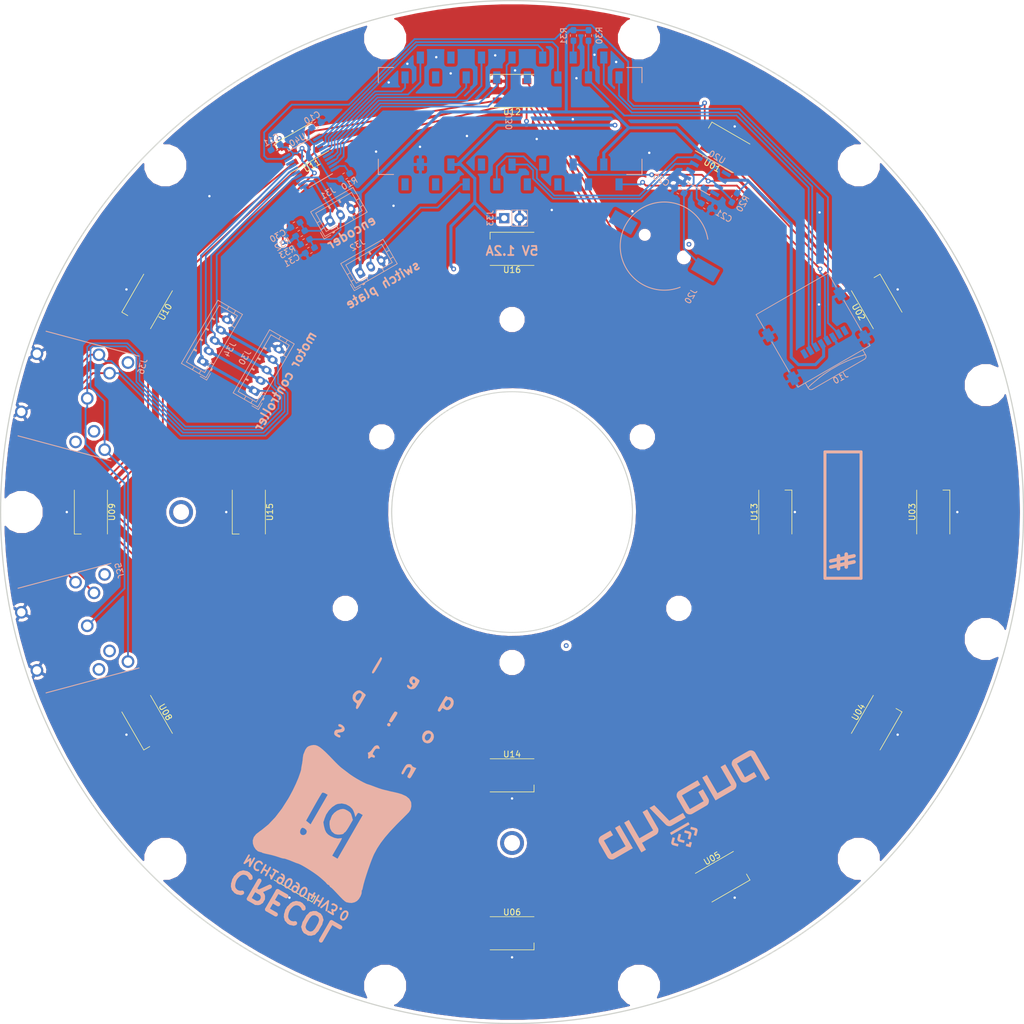
<source format=kicad_pcb>
(kicad_pcb (version 20171130) (host pcbnew "(5.0.1-3-g963ef8bb5)")
  (layers (0 F.Cu signal hide) (31 B.Cu signal hide) (34 B.Paste user) (35 F.Paste user hide) (36 B.SilkS user) (37 F.SilkS user hide) (38 B.Mask user hide) (39 F.Mask user hide) (44 Edge.Cuts user))
  (net 0 "")
  (net 1 GND)
  (net 2 +5V)
  (net 3 +3V3)
  (net 4 "Net-(C20-Pad2)")
  (net 5 "Net-(J10-Pad8)")
  (net 6 MISO)
  (net 7 SCK)
  (net 8 MOSI)
  (net 9 SD_CS)
  (net 10 "Net-(J10-Pad1)")
  (net 11 "Net-(R10-Pad2)")
  (net 12 RTC_INT)
  (net 13 SDA)
  (net 14 SCL)
  (net 15 "Net-(U20-Pad1)")
  (net 16 "Net-(U20-Pad4)")
  (net 17 T_RXD_5V)
  (net 18 T_TXD_5V)
  (net 19 "T_HS1(UP)_5V")
  (net 20 "T_HS2(DN)_5V")
  (net 21 K_B_5V)
  (net 22 K_A_5V)
  (net 23 SW_OUT)
  (net 24 SD_CD)
  (net 25 L_DO_3V)
  (net 26 L_CLK_3V)
  (net 27 T_RXD_3V)
  (net 28 T_TXD_3V)
  (net 29 "T_HS1(UP)_3V")
  (net 30 "T_HS2(DN)_3V")
  (net 31 K_A_3V)
  (net 32 K_B_3V)
  (net 33 "Net-(U30-Pad3)")
  (net 34 "Net-(U30-Pad5)")
  (net 35 "Net-(U30-Pad6)")
  (net 36 "Net-(U30-Pad7)")
  (net 37 "Net-(U30-Pad10)")
  (net 38 "Net-(U30-Pad13)")
  (net 39 "Net-(U30-Pad18)")
  (net 40 "Net-(U30-Pad19)")
  (net 41 "Net-(U30-Pad24)")
  (net 42 L_CLK_5V)
  (net 43 L_DO_5V)
  (net 44 "Net-(U30-Pad15)")
  (net 45 "Net-(U03-Pad4)")
  (net 46 "Net-(U04-Pad4)")
  (net 47 "Net-(U16-Pad4)")
  (net 48 "Net-(U15-Pad4)")
  (net 49 "Net-(U14-Pad4)")
  (net 50 "Net-(U13-Pad4)")
  (net 51 "Net-(U12-Pad4)")
  (net 52 "Net-(U11-Pad4)")
  (net 53 "Net-(U10-Pad4)")
  (net 54 "Net-(U09-Pad4)")
  (net 55 "Net-(U08-Pad4)")
  (net 56 "Net-(U07-Pad4)")
  (net 57 "Net-(U01-Pad4)")
  (net 58 "Net-(U02-Pad4)")
  (net 59 "Net-(U06-Pad4)")
  (net 60 "Net-(U05-Pad4)")
  (net 61 "Net-(J35-Pad2)")
  (net 62 "Net-(J35-Pad4)")
  (net 63 "Net-(J35-Pad7)")
  (net 64 "Net-(J36-Pad7)")
  (net 65 "Net-(J36-Pad4)")
  (net 66 "Net-(J36-Pad2)")
  (module Connector_PinHeader_2.54mm:PinHeader_1x02_P2.54mm_Vertical (layer B.Cu) (at 98.7 51.15 270)
    (fp_text reference J33 (at 0 2.33 270) (layer B.SilkS) (effects (justify mirror)))
    (fp_text value Conn_01x02)
    (pad 2 thru_hole oval (at 0 -2.54 270) (size 1.7 1.7) (drill 1) (layers *.Cu *.Mask) (net 1 GND))
    (pad 1 thru_hole rect (at 0 0 270) (size 1.7 1.7) (drill 1) (layers *.Cu *.Mask) (net 2 +5V))
  )
  (module MountingHole:MountingHole_3.2mm_M3 (layer F.Cu) (at 78.349365 87.5 240)
    (fp_text reference REF** hide)
    (fp_text value MountingHole_3.2mm_M3)
    (pad 1 np_thru_hole circle (at 0 0 240) (size 3.2 3.2) (drill 3.2) (layers *.Cu *.Mask))
  )
  (module MountingHole:MountingHole_3.2mm_M3 (layer F.Cu) (at 121.650635 87.5 120)
    (fp_text reference REF** hide)
    (fp_text value MountingHole_3.2mm_M3)
    (pad 1 np_thru_hole circle (at 0 0 120) (size 3.2 3.2) (drill 3.2) (layers *.Cu *.Mask))
  )
  (module MountingHole:MountingHole_3.2mm_M3 (layer F.Cu) (at 127.712813 116 240)
    (fp_text reference REF** hide)
    (fp_text value MountingHole_3.2mm_M3)
    (pad 1 np_thru_hole circle (at 0 0 240) (size 3.2 3.2) (drill 3.2) (layers *.Cu *.Mask))
  )
  (module MountingHole:MountingHole_3.2mm_M3 (layer F.Cu) (at 72.287187 116 120)
    (fp_text reference REF** hide)
    (fp_text value MountingHole_3.2mm_M3)
    (pad 1 np_thru_hole circle (at 0 0 120) (size 3.2 3.2) (drill 3.2) (layers *.Cu *.Mask))
  )
  (module MountingHole:MountingHole_3.2mm_M3 (layer F.Cu) (at 18.5 100 90)
    (fp_text reference REF** hide)
    (fp_text value MountingHole_3.2mm_M3)
    (pad 1 np_thru_hole circle (at 0 0 90) (size 3.2 3.2) (drill 3.2) (layers *.Cu *.Mask))
  )
  (module MountingHole:MountingHole_3.2mm_M3 (layer F.Cu) (at 121.093752 21.277045 345)
    (fp_text reference REF** hide)
    (fp_text value MountingHole_3.2mm_M3)
    (pad 1 np_thru_hole circle (at 0 0 345) (size 3.2 3.2) (drill 3.2) (layers *.Cu *.Mask))
  )
  (module MountingHole:MountingHole_3.2mm_M3 (layer F.Cu) (at 157.629203 42.370797 315)
    (fp_text reference REF** hide)
    (fp_text value MountingHole_3.2mm_M3)
    (pad 1 np_thru_hole circle (at 0 0 315) (size 3.2 3.2) (drill 3.2) (layers *.Cu *.Mask))
  )
  (module MountingHole:MountingHole_3.2mm_M3 (layer F.Cu) (at 178.722955 78.906248 285)
    (fp_text reference REF** hide)
    (fp_text value MountingHole_3.2mm_M3)
    (pad 1 np_thru_hole circle (at 0 0 285) (size 3.2 3.2) (drill 3.2) (layers *.Cu *.Mask))
  )
  (module MountingHole:MountingHole_3.2mm_M3 (layer F.Cu) (at 178.722955 121.093752 255)
    (fp_text reference e hide)
    (fp_text value MountingHole_3.2mm_M3)
    (pad 1 np_thru_hole circle (at 0 0 255) (size 3.2 3.2) (drill 3.2) (layers *.Cu *.Mask))
  )
  (module MountingHole:MountingHole_3.2mm_M3 (layer F.Cu) (at 157.629203 157.629203 225)
    (fp_text reference REF** hide)
    (fp_text value MountingHole_3.2mm_M3)
    (pad 1 np_thru_hole circle (at 0 0 225) (size 3.2 3.2) (drill 3.2) (layers *.Cu *.Mask))
  )
  (module MountingHole:MountingHole_3.2mm_M3 (layer F.Cu) (at 121.093752 178.722955 195)
    (fp_text reference REF** hide)
    (fp_text value MountingHole_3.2mm_M3)
    (pad 1 np_thru_hole circle (at 0 0 195) (size 3.2 3.2) (drill 3.2) (layers *.Cu *.Mask))
  )
  (module MountingHole:MountingHole_3.2mm_M3 (layer F.Cu) (at 78.906248 178.722955 165)
    (fp_text reference REF** hide)
    (fp_text value MountingHole_3.2mm_M3)
    (pad 1 np_thru_hole circle (at 0 0 165) (size 3.2 3.2) (drill 3.2) (layers *.Cu *.Mask))
  )
  (module MountingHole:MountingHole_3.2mm_M3 (layer F.Cu) (at 42.370797 157.629203 135)
    (fp_text reference REF** hide)
    (fp_text value MountingHole_3.2mm_M3)
    (pad 1 np_thru_hole circle (at 0 0 135) (size 3.2 3.2) (drill 3.2) (layers *.Cu *.Mask))
  )
  (module MountingHole:MountingHole_3.2mm_M3 (layer F.Cu) (at 42.370797 42.370797 45)
    (fp_text reference REF** hide)
    (fp_text value MountingHole_3.2mm_M3)
    (pad 1 np_thru_hole circle (at 0 0 45) (size 3.2 3.2) (drill 3.2) (layers *.Cu *.Mask))
  )
  (module MountingHole:MountingHole_3.2mm_M3 (layer F.Cu) (at 78.906248 21.277045 15)
    (fp_text reference REF** hide)
    (fp_text value MountingHole_3.2mm_M3)
    (pad 1 np_thru_hole circle (at 0 0 15) (size 3.2 3.2) (drill 3.2) (layers *.Cu *.Mask))
  )
  (module LED_SMD:LED_SK6812_PLCC4_5.0x5.0mm_P3.2mm (layer F.Cu) (at 100 170)
    (fp_text reference U06 (at 0 -3.5) (layer F.SilkS))
    (fp_text value SK6812)
    (pad 3 smd rect (at -2.45 -1.6) (size 1.5 1) (layers F.Cu F.Paste F.Mask) (net 2 +5V))
    (pad 4 smd rect (at -2.45 1.6) (size 1.5 1) (layers F.Cu F.Paste F.Mask) (net 59 "Net-(U06-Pad4)"))
    (pad 2 smd rect (at 2.45 -1.6) (size 1.5 1) (layers F.Cu F.Paste F.Mask) (net 60 "Net-(U05-Pad4)"))
    (pad 1 smd rect (at 2.45 1.6) (size 1.5 1) (layers F.Cu F.Paste F.Mask) (net 1 GND))
  )
  (module LED_SMD:LED_SK6812_PLCC4_5.0x5.0mm_P3.2mm (layer F.Cu) (at 135 160.6 30)
    (fp_text reference U05 (at 0 -3.5 30) (layer F.SilkS))
    (fp_text value SK6812)
    (pad 1 smd rect (at 2.45 1.6 30) (size 1.5 1) (layers F.Cu F.Paste F.Mask) (net 1 GND))
    (pad 2 smd rect (at 2.45 -1.6 30) (size 1.5 1) (layers F.Cu F.Paste F.Mask) (net 46 "Net-(U04-Pad4)"))
    (pad 4 smd rect (at -2.45 1.6 30) (size 1.5 1) (layers F.Cu F.Paste F.Mask) (net 60 "Net-(U05-Pad4)"))
    (pad 3 smd rect (at -2.45 -1.6 30) (size 1.5 1) (layers F.Cu F.Paste F.Mask) (net 2 +5V))
  )
  (module LED_SMD:LED_SK6812_PLCC4_5.0x5.0mm_P3.2mm (layer F.Cu) (at 65 160.6 330)
    (fp_text reference U07 (at 0 -3.5 330) (layer F.SilkS))
    (fp_text value SK6812)
    (pad 3 smd rect (at -2.45 -1.6 330) (size 1.5 1) (layers F.Cu F.Paste F.Mask) (net 2 +5V))
    (pad 4 smd rect (at -2.45 1.6 330) (size 1.5 1) (layers F.Cu F.Paste F.Mask) (net 56 "Net-(U07-Pad4)"))
    (pad 2 smd rect (at 2.45 -1.6 330) (size 1.5 1) (layers F.Cu F.Paste F.Mask) (net 59 "Net-(U06-Pad4)"))
    (pad 1 smd rect (at 2.45 1.6 330) (size 1.5 1) (layers F.Cu F.Paste F.Mask) (net 1 GND))
  )
  (module LED_SMD:LED_SK6812_PLCC4_5.0x5.0mm_P3.2mm (layer F.Cu) (at 170 100 90)
    (fp_text reference U03 (at 0 -3.5 90) (layer F.SilkS))
    (fp_text value SK6812)
    (pad 1 smd rect (at 2.45 1.6 90) (size 1.5 1) (layers F.Cu F.Paste F.Mask) (net 1 GND))
    (pad 2 smd rect (at 2.45 -1.6 90) (size 1.5 1) (layers F.Cu F.Paste F.Mask) (net 58 "Net-(U02-Pad4)"))
    (pad 4 smd rect (at -2.45 1.6 90) (size 1.5 1) (layers F.Cu F.Paste F.Mask) (net 45 "Net-(U03-Pad4)"))
    (pad 3 smd rect (at -2.45 -1.6 90) (size 1.5 1) (layers F.Cu F.Paste F.Mask) (net 2 +5V))
  )
  (module LED_SMD:LED_SK6812_PLCC4_5.0x5.0mm_P3.2mm (layer F.Cu) (at 160.6 65 120)
    (fp_text reference U02 (at 0 -3.5 120) (layer F.SilkS))
    (fp_text value SK6812)
    (pad 3 smd rect (at -2.45 -1.6 120) (size 1.5 1) (layers F.Cu F.Paste F.Mask) (net 2 +5V))
    (pad 4 smd rect (at -2.45 1.6 120) (size 1.5 1) (layers F.Cu F.Paste F.Mask) (net 58 "Net-(U02-Pad4)"))
    (pad 2 smd rect (at 2.45 -1.6 120) (size 1.5 1) (layers F.Cu F.Paste F.Mask) (net 57 "Net-(U01-Pad4)"))
    (pad 1 smd rect (at 2.45 1.6 120) (size 1.5 1) (layers F.Cu F.Paste F.Mask) (net 1 GND))
  )
  (module LED_SMD:LED_SK6812_PLCC4_5.0x5.0mm_P3.2mm (layer F.Cu) (at 135 39.4 150)
    (fp_text reference U01 (at 0 -3.5 150) (layer F.SilkS))
    (fp_text value SK6812)
    (pad 1 smd rect (at 2.45 1.6 150) (size 1.5 1) (layers F.Cu F.Paste F.Mask) (net 1 GND))
    (pad 2 smd rect (at 2.45 -1.6 150) (size 1.5 1) (layers F.Cu F.Paste F.Mask) (net 43 L_DO_5V))
    (pad 4 smd rect (at -2.45 1.6 150) (size 1.5 1) (layers F.Cu F.Paste F.Mask) (net 57 "Net-(U01-Pad4)"))
    (pad 3 smd rect (at -2.45 -1.6 150) (size 1.5 1) (layers F.Cu F.Paste F.Mask) (net 2 +5V))
  )
  (module LED_SMD:LED_SK6812_PLCC4_5.0x5.0mm_P3.2mm (layer F.Cu) (at 39.35 135 300)
    (fp_text reference U08 (at 0 -3.5 300) (layer F.SilkS))
    (fp_text value SK6812)
    (pad 3 smd rect (at -2.45 -1.6 300) (size 1.5 1) (layers F.Cu F.Paste F.Mask) (net 2 +5V))
    (pad 4 smd rect (at -2.45 1.6 300) (size 1.5 1) (layers F.Cu F.Paste F.Mask) (net 55 "Net-(U08-Pad4)"))
    (pad 2 smd rect (at 2.45 -1.6 300) (size 1.5 1) (layers F.Cu F.Paste F.Mask) (net 56 "Net-(U07-Pad4)"))
    (pad 1 smd rect (at 2.45 1.6 300) (size 1.5 1) (layers F.Cu F.Paste F.Mask) (net 1 GND))
  )
  (module LED_SMD:LED_SK6812_PLCC4_5.0x5.0mm_P3.2mm (layer F.Cu) (at 30 100 270)
    (fp_text reference U09 (at 0 -3.5 270) (layer F.SilkS))
    (fp_text value SK6812)
    (pad 1 smd rect (at 2.45 1.6 270) (size 1.5 1) (layers F.Cu F.Paste F.Mask) (net 1 GND))
    (pad 2 smd rect (at 2.45 -1.6 270) (size 1.5 1) (layers F.Cu F.Paste F.Mask) (net 55 "Net-(U08-Pad4)"))
    (pad 4 smd rect (at -2.45 1.6 270) (size 1.5 1) (layers F.Cu F.Paste F.Mask) (net 54 "Net-(U09-Pad4)"))
    (pad 3 smd rect (at -2.45 -1.6 270) (size 1.5 1) (layers F.Cu F.Paste F.Mask) (net 2 +5V))
  )
  (module LED_SMD:LED_SK6812_PLCC4_5.0x5.0mm_P3.2mm (layer F.Cu) (at 39.35 65 240)
    (fp_text reference U10 (at 0 -3.5 240) (layer F.SilkS))
    (fp_text value SK6812)
    (pad 3 smd rect (at -2.45 -1.6 240) (size 1.5 1) (layers F.Cu F.Paste F.Mask) (net 2 +5V))
    (pad 4 smd rect (at -2.45 1.6 240) (size 1.5 1) (layers F.Cu F.Paste F.Mask) (net 53 "Net-(U10-Pad4)"))
    (pad 2 smd rect (at 2.45 -1.6 240) (size 1.5 1) (layers F.Cu F.Paste F.Mask) (net 54 "Net-(U09-Pad4)"))
    (pad 1 smd rect (at 2.45 1.6 240) (size 1.5 1) (layers F.Cu F.Paste F.Mask) (net 1 GND))
  )
  (module LED_SMD:LED_SK6812_PLCC4_5.0x5.0mm_P3.2mm (layer F.Cu) (at 65 39.4 210)
    (fp_text reference U11 (at 0 -3.5 210) (layer F.SilkS))
    (fp_text value SK6812)
    (pad 1 smd rect (at 2.45 1.6 210) (size 1.5 1) (layers F.Cu F.Paste F.Mask) (net 1 GND))
    (pad 2 smd rect (at 2.45 -1.6 210) (size 1.5 1) (layers F.Cu F.Paste F.Mask) (net 53 "Net-(U10-Pad4)"))
    (pad 4 smd rect (at -2.45 1.6 210) (size 1.5 1) (layers F.Cu F.Paste F.Mask) (net 52 "Net-(U11-Pad4)"))
    (pad 3 smd rect (at -2.45 -1.6 210) (size 1.5 1) (layers F.Cu F.Paste F.Mask) (net 2 +5V))
  )
  (module LED_SMD:LED_SK6812_PLCC4_5.0x5.0mm_P3.2mm (layer F.Cu) (at 100 30 180)
    (fp_text reference U12 (at 0 -3.5 180) (layer F.SilkS))
    (fp_text value SK6812)
    (pad 3 smd rect (at -2.45 -1.6 180) (size 1.5 1) (layers F.Cu F.Paste F.Mask) (net 2 +5V))
    (pad 4 smd rect (at -2.45 1.6 180) (size 1.5 1) (layers F.Cu F.Paste F.Mask) (net 51 "Net-(U12-Pad4)"))
    (pad 2 smd rect (at 2.45 -1.6 180) (size 1.5 1) (layers F.Cu F.Paste F.Mask) (net 52 "Net-(U11-Pad4)"))
    (pad 1 smd rect (at 2.45 1.6 180) (size 1.5 1) (layers F.Cu F.Paste F.Mask) (net 1 GND))
  )
  (module LED_SMD:LED_SK6812_PLCC4_5.0x5.0mm_P3.2mm (layer F.Cu) (at 143.75 100 90)
    (fp_text reference U13 (at 0 -3.5 90) (layer F.SilkS))
    (fp_text value SK6812)
    (pad 1 smd rect (at 2.45 1.6 90) (size 1.5 1) (layers F.Cu F.Paste F.Mask) (net 1 GND))
    (pad 2 smd rect (at 2.45 -1.6 90) (size 1.5 1) (layers F.Cu F.Paste F.Mask) (net 51 "Net-(U12-Pad4)"))
    (pad 4 smd rect (at -2.45 1.6 90) (size 1.5 1) (layers F.Cu F.Paste F.Mask) (net 50 "Net-(U13-Pad4)"))
    (pad 3 smd rect (at -2.45 -1.6 90) (size 1.5 1) (layers F.Cu F.Paste F.Mask) (net 2 +5V))
  )
  (module LED_SMD:LED_SK6812_PLCC4_5.0x5.0mm_P3.2mm (layer F.Cu) (at 100 143.75)
    (fp_text reference U14 (at 0 -3.5) (layer F.SilkS))
    (fp_text value SK6812)
    (pad 3 smd rect (at -2.45 -1.6) (size 1.5 1) (layers F.Cu F.Paste F.Mask) (net 2 +5V))
    (pad 4 smd rect (at -2.45 1.6) (size 1.5 1) (layers F.Cu F.Paste F.Mask) (net 49 "Net-(U14-Pad4)"))
    (pad 2 smd rect (at 2.45 -1.6) (size 1.5 1) (layers F.Cu F.Paste F.Mask) (net 50 "Net-(U13-Pad4)"))
    (pad 1 smd rect (at 2.45 1.6) (size 1.5 1) (layers F.Cu F.Paste F.Mask) (net 1 GND))
  )
  (module LED_SMD:LED_SK6812_PLCC4_5.0x5.0mm_P3.2mm (layer F.Cu) (at 56.25 100 270)
    (fp_text reference U15 (at 0 -3.5 270) (layer F.SilkS))
    (fp_text value SK6812)
    (pad 1 smd rect (at 2.45 1.6 270) (size 1.5 1) (layers F.Cu F.Paste F.Mask) (net 1 GND))
    (pad 2 smd rect (at 2.45 -1.6 270) (size 1.5 1) (layers F.Cu F.Paste F.Mask) (net 49 "Net-(U14-Pad4)"))
    (pad 4 smd rect (at -2.45 1.6 270) (size 1.5 1) (layers F.Cu F.Paste F.Mask) (net 48 "Net-(U15-Pad4)"))
    (pad 3 smd rect (at -2.45 -1.6 270) (size 1.5 1) (layers F.Cu F.Paste F.Mask) (net 2 +5V))
  )
  (module LED_SMD:LED_SK6812_PLCC4_5.0x5.0mm_P3.2mm (layer F.Cu) (at 100 56.25 180)
    (fp_text reference U16 (at 0 -3.5 180) (layer F.SilkS))
    (fp_text value SK6812)
    (pad 3 smd rect (at -2.45 -1.6 180) (size 1.5 1) (layers F.Cu F.Paste F.Mask) (net 2 +5V))
    (pad 4 smd rect (at -2.45 1.6 180) (size 1.5 1) (layers F.Cu F.Paste F.Mask) (net 47 "Net-(U16-Pad4)"))
    (pad 2 smd rect (at 2.45 -1.6 180) (size 1.5 1) (layers F.Cu F.Paste F.Mask) (net 48 "Net-(U15-Pad4)"))
    (pad 1 smd rect (at 2.45 1.6 180) (size 1.5 1) (layers F.Cu F.Paste F.Mask) (net 1 GND))
  )
  (module LED_SMD:LED_SK6812_PLCC4_5.0x5.0mm_P3.2mm (layer F.Cu) (at 160.6 135 60)
    (fp_text reference U04 (at 0 -3.5 60) (layer F.SilkS))
    (fp_text value SK6812)
    (pad 1 smd rect (at 2.45 1.6 60) (size 1.5 1) (layers F.Cu F.Paste F.Mask) (net 1 GND))
    (pad 2 smd rect (at 2.45 -1.6 60) (size 1.5 1) (layers F.Cu F.Paste F.Mask) (net 45 "Net-(U03-Pad4)"))
    (pad 4 smd rect (at -2.45 1.6 60) (size 1.5 1) (layers F.Cu F.Paste F.Mask) (net 46 "Net-(U04-Pad4)"))
    (pad 3 smd rect (at -2.45 -1.6 60) (size 1.5 1) (layers F.Cu F.Paste F.Mask) (net 2 +5V))
  )
  (module Package_SO:TSSOP-20_4.4x6.5mm_P0.65mm (layer B.Cu) (at 66.5 41.9 210)
    (fp_text reference U40 (at 0 4.3 210) (layer B.SilkS) (effects (justify mirror)))
    (fp_text value TXB0108PWR)
    (pad 1 smd rect (at -2.95 2.925 210) (size 1.45 0.45) (layers B.Cu B.Paste B.Mask) (net 25 L_DO_3V))
    (pad 2 smd rect (at -2.95 2.275 210) (size 1.45 0.45) (layers B.Cu B.Paste B.Mask) (net 3 +3V3))
    (pad 3 smd rect (at -2.95 1.625 210) (size 1.45 0.45) (layers B.Cu B.Paste B.Mask) (net 26 L_CLK_3V))
    (pad 4 smd rect (at -2.95 0.975 210) (size 1.45 0.45) (layers B.Cu B.Paste B.Mask) (net 27 T_RXD_3V))
    (pad 5 smd rect (at -2.95 0.325 210) (size 1.45 0.45) (layers B.Cu B.Paste B.Mask) (net 28 T_TXD_3V))
    (pad 6 smd rect (at -2.95 -0.325 210) (size 1.45 0.45) (layers B.Cu B.Paste B.Mask) (net 29 "T_HS1(UP)_3V"))
    (pad 7 smd rect (at -2.95 -0.975 210) (size 1.45 0.45) (layers B.Cu B.Paste B.Mask) (net 30 "T_HS2(DN)_3V"))
    (pad 8 smd rect (at -2.95 -1.625 210) (size 1.45 0.45) (layers B.Cu B.Paste B.Mask) (net 32 K_B_3V))
    (pad 9 smd rect (at -2.95 -2.275 210) (size 1.45 0.45) (layers B.Cu B.Paste B.Mask) (net 31 K_A_3V))
    (pad 10 smd rect (at -2.95 -2.925 210) (size 1.45 0.45) (layers B.Cu B.Paste B.Mask) (net 11 "Net-(R10-Pad2)"))
    (pad 11 smd rect (at 2.95 -2.925 210) (size 1.45 0.45) (layers B.Cu B.Paste B.Mask) (net 1 GND))
    (pad 12 smd rect (at 2.95 -2.275 210) (size 1.45 0.45) (layers B.Cu B.Paste B.Mask) (net 22 K_A_5V))
    (pad 13 smd rect (at 2.95 -1.625 210) (size 1.45 0.45) (layers B.Cu B.Paste B.Mask) (net 21 K_B_5V))
    (pad 14 smd rect (at 2.95 -0.975 210) (size 1.45 0.45) (layers B.Cu B.Paste B.Mask) (net 20 "T_HS2(DN)_5V"))
    (pad 15 smd rect (at 2.95 -0.325 210) (size 1.45 0.45) (layers B.Cu B.Paste B.Mask) (net 19 "T_HS1(UP)_5V"))
    (pad 16 smd rect (at 2.95 0.325 210) (size 1.45 0.45) (layers B.Cu B.Paste B.Mask) (net 18 T_TXD_5V))
    (pad 17 smd rect (at 2.95 0.975 210) (size 1.45 0.45) (layers B.Cu B.Paste B.Mask) (net 17 T_RXD_5V))
    (pad 18 smd rect (at 2.95 1.625 210) (size 1.45 0.45) (layers B.Cu B.Paste B.Mask) (net 42 L_CLK_5V))
    (pad 19 smd rect (at 2.95 2.275 210) (size 1.45 0.45) (layers B.Cu B.Paste B.Mask) (net 2 +5V))
    (pad 20 smd rect (at 2.95 2.925 210) (size 1.45 0.45) (layers B.Cu B.Paste B.Mask) (net 43 L_DO_5V))
  )
  (module Capacitor_SMD:C_0603_1608Metric_Pad1.05x0.95mm_HandSolder (layer B.Cu) (at 66.4 56.5 210)
    (fp_text reference C31 (at 3.448076 0.027757 210) (layer B.SilkS) (effects (justify mirror)))
    (fp_text value 100nF)
    (pad 2 smd roundrect (at 0.875 0 210) (size 1.05 0.95) (layers B.Cu B.Paste B.Mask) (net 1 GND))
    (pad 1 smd roundrect (at -0.875 0 210) (size 1.05 0.95) (layers B.Cu B.Paste B.Mask) (net 21 K_B_5V))
  )
  (module Capacitor_SMD:C_0603_1608Metric_Pad1.05x0.95mm_HandSolder (layer B.Cu) (at 64 52.3 210)
    (fp_text reference C30 (at 3.411474 -0.108846 210) (layer B.SilkS) (effects (justify mirror)))
    (fp_text value 100nF)
    (pad 1 smd roundrect (at -0.875 0 210) (size 1.05 0.95) (layers B.Cu B.Paste B.Mask) (net 22 K_A_5V))
    (pad 2 smd roundrect (at 0.875 0 210) (size 1.05 0.95) (layers B.Cu B.Paste B.Mask) (net 1 GND))
  )
  (module Resistor_SMD:R_0603_1608Metric_Pad1.05x0.95mm_HandSolder (layer B.Cu) (at 64.8 53.7 30)
    (fp_text reference R32 (at -3.411474 0.108846 30) (layer B.SilkS) (effects (justify mirror)))
    (fp_text value 10K)
    (pad 2 smd roundrect (at 0.875 0 30) (size 1.05 0.95) (layers B.Cu B.Paste B.Mask) (net 22 K_A_5V))
    (pad 1 smd roundrect (at -0.875 0 30) (size 1.05 0.95) (layers B.Cu B.Paste B.Mask) (net 2 +5V))
  )
  (module Resistor_SMD:R_0603_1608Metric_Pad1.05x0.95mm_HandSolder (layer B.Cu) (at 65.6 55.1 30)
    (fp_text reference R33 (at -3.404775 -0.002757 30) (layer B.SilkS) (effects (justify mirror)))
    (fp_text value 10K)
    (pad 1 smd roundrect (at -0.875 0 30) (size 1.05 0.95) (layers B.Cu B.Paste B.Mask) (net 2 +5V))
    (pad 2 smd roundrect (at 0.875 0 30) (size 1.05 0.95) (layers B.Cu B.Paste B.Mask) (net 21 K_B_5V))
  )
  (module Capacitor_SMD:C_0603_1608Metric_Pad1.05x0.95mm_HandSolder (layer B.Cu) (at 67.5 35.7 210)
    (fp_text reference C10 (at 0 1.43 210) (layer B.SilkS) (effects (justify mirror)))
    (fp_text value 100nF)
    (pad 2 smd roundrect (at 0.875 0 210) (size 1.05 0.95) (layers B.Cu B.Paste B.Mask) (net 3 +3V3))
    (pad 1 smd roundrect (at -0.875 0 210) (size 1.05 0.95) (layers B.Cu B.Paste B.Mask) (net 1 GND))
  )
  (module Capacitor_SMD:C_0603_1608Metric_Pad1.05x0.95mm_HandSolder (layer B.Cu) (at 60.7 39.4 210)
    (fp_text reference C11 (at 0 1.43 210) (layer B.SilkS) (effects (justify mirror)))
    (fp_text value 100nF)
    (pad 1 smd roundrect (at -0.875 0 210) (size 1.05 0.95) (layers B.Cu B.Paste B.Mask) (net 2 +5V))
    (pad 2 smd roundrect (at 0.875 0 210) (size 1.05 0.95) (layers B.Cu B.Paste B.Mask) (net 1 GND))
  )
  (module Capacitor_SMD:C_0603_1608Metric_Pad1.05x0.95mm_HandSolder (layer B.Cu) (at 127.8 46.6 330)
    (fp_text reference C20 (at -3.498076 -0.058846 330) (layer B.SilkS) (effects (justify mirror)))
    (fp_text value 100nF)
    (pad 1 smd roundrect (at -0.875 0 330) (size 1.05 0.95) (layers B.Cu B.Paste B.Mask) (net 1 GND))
    (pad 2 smd roundrect (at 0.875 0 330) (size 1.05 0.95) (layers B.Cu B.Paste B.Mask) (net 4 "Net-(C20-Pad2)"))
  )
  (module Capacitor_SMD:C_0603_1608Metric_Pad1.05x0.95mm_HandSolder (layer B.Cu) (at 132.2 49.1 330)
    (fp_text reference C21 (at 3.448076 -0.027757 330) (layer B.SilkS) (effects (justify mirror)))
    (fp_text value 100nF)
    (pad 2 smd roundrect (at 0.875 0 330) (size 1.05 0.95) (layers B.Cu B.Paste B.Mask) (net 1 GND))
    (pad 1 smd roundrect (at -0.875 0 330) (size 1.05 0.95) (layers B.Cu B.Paste B.Mask) (net 3 +3V3))
  )
  (module Connector_Card:microSD_HC_Wuerth_693072010801 (layer B.Cu) (at 150.596281 70.757661 30)
    (fp_text reference J10 (at 0 7.99 30) (layer B.SilkS) (effects (justify mirror)))
    (fp_text value Micro_SD_Card_Det)
    (pad 9 smd rect (at 6.875001 4.15 30) (size 1.45 2) (layers B.Cu B.Paste B.Mask) (net 1 GND))
    (pad 9 smd rect (at -6.875 4.149999 30) (size 1.45 2) (layers B.Cu B.Paste B.Mask) (net 1 GND))
    (pad 9 smd rect (at -6.875001 -4.15 30) (size 1.45 2) (layers B.Cu B.Paste B.Mask) (net 1 GND))
    (pad 9 smd rect (at 6.875 -4.149999 30) (size 1.45 2) (layers B.Cu B.Paste B.Mask) (net 1 GND))
    (pad 8 smd rect (at 4.5 1.55 30) (size 0.8 1.5) (layers B.Cu B.Paste B.Mask) (net 5 "Net-(J10-Pad8)"))
    (pad 7 smd rect (at 3.400001 1.55 30) (size 0.8 1.5) (layers B.Cu B.Paste B.Mask) (net 6 MISO))
    (pad 6 smd rect (at 2.3 1.549999 30) (size 0.8 1.5) (layers B.Cu B.Paste B.Mask) (net 1 GND))
    (pad 5 smd rect (at 1.200001 1.55 30) (size 0.8 1.5) (layers B.Cu B.Paste B.Mask) (net 7 SCK))
    (pad 4 smd rect (at 0.100001 1.55 30) (size 0.8 1.5) (layers B.Cu B.Paste B.Mask) (net 3 +3V3))
    (pad 3 smd rect (at -0.999999 1.55 30) (size 0.8 1.5) (layers B.Cu B.Paste B.Mask) (net 8 MOSI))
    (pad 2 smd rect (at -2.1 1.55 30) (size 0.8 1.5) (layers B.Cu B.Paste B.Mask) (net 9 SD_CS))
    (pad 1 smd rect (at -3.2 1.55 30) (size 0.8 1.5) (layers B.Cu B.Paste B.Mask) (net 10 "Net-(J10-Pad1)"))
  )
  (module _special:CH291-1220LF (layer B.Cu) (at 125.3 55.8 240)
    (fp_text reference J20 (at 5 -8 240) (layer B.SilkS) (effects (justify mirror)))
    (fp_text value Batt_clip)
    (pad 2 smd rect (at 0 7.9 240) (size 2.3 4.3) (layers B.Cu B.Paste B.Mask))
    (pad 1 smd rect (at 0 -7.9 240) (size 2.3 4.3) (layers B.Cu B.Paste B.Mask) (net 4 "Net-(C20-Pad2)"))
    (pad "" np_thru_hole circle (at 0 -3.75 240) (size 1.3 1.3) (drill 1.3) (layers *.Cu *.Mask))
    (pad "" np_thru_hole circle (at 0 3.75 240) (size 1 1) (drill 1) (layers *.Cu *.Mask))
  )
  (module Resistor_SMD:R_0603_1608Metric_Pad1.05x0.95mm_HandSolder (layer B.Cu) (at 72.257772 44.1625 30)
    (fp_text reference R10 (at 0 1.43 30) (layer B.SilkS) (effects (justify mirror)))
    (fp_text value 10K)
    (pad 1 smd roundrect (at -0.875 0 30) (size 1.05 0.95) (layers B.Cu B.Paste B.Mask) (net 3 +3V3))
    (pad 2 smd roundrect (at 0.875 0 30) (size 1.05 0.95) (layers B.Cu B.Paste B.Mask) (net 11 "Net-(R10-Pad2)"))
  )
  (module Resistor_SMD:R_0603_1608Metric_Pad1.05x0.95mm_HandSolder (layer B.Cu) (at 136.9625 47.757772 240)
    (fp_text reference R20 (at 0.166025 -1.712436 240) (layer B.SilkS) (effects (justify mirror)))
    (fp_text value 10K)
    (pad 2 smd roundrect (at 0.875 0 240) (size 1.05 0.95) (layers B.Cu B.Paste B.Mask) (net 12 RTC_INT))
    (pad 1 smd roundrect (at -0.875 0 240) (size 1.05 0.95) (layers B.Cu B.Paste B.Mask) (net 3 +3V3))
  )
  (module Connector_JST:JST_PH_B5B-PH-K_1x05_P2.00mm_Vertical (layer B.Cu) (at 57.2 79.864102 60)
    (fp_text reference J30 (at 4.018654 -4.167692 60) (layer B.SilkS) (effects (justify mirror)))
    (fp_text value "JST PH2.0")
    (pad 1 thru_hole roundrect (at 0 0 60) (size 1.2 1.75) (drill 0.75) (layers *.Cu *.Mask) (roundrect_rratio 0.208333) (net 17 T_RXD_5V))
    (pad 2 thru_hole oval (at 2 0 60) (size 1.2 1.75) (drill 0.75) (layers *.Cu *.Mask) (net 18 T_TXD_5V))
    (pad 3 thru_hole oval (at 4 0 60) (size 1.2 1.75) (drill 0.75) (layers *.Cu *.Mask) (net 19 "T_HS1(UP)_5V"))
    (pad 4 thru_hole oval (at 6 0 60) (size 1.2 1.75) (drill 0.75) (layers *.Cu *.Mask) (net 20 "T_HS2(DN)_5V"))
    (pad 5 thru_hole oval (at 8 0 60) (size 1.2 1.75) (drill 0.75) (layers *.Cu *.Mask) (net 1 GND))
  )
  (module Connector_JST:JST_PH_B3B-PH-K_1x03_P2.00mm_Vertical (layer B.Cu) (at 69.767949 51.6 30)
    (fp_text reference J31 (at 1.981347 -4.167691 30) (layer B.SilkS) (effects (justify mirror)))
    (fp_text value "JST PH2.0")
    (pad 3 thru_hole oval (at 4 0 30) (size 1.2 1.75) (drill 0.75) (layers *.Cu *.Mask) (net 1 GND))
    (pad 2 thru_hole oval (at 2 0 30) (size 1.2 1.75) (drill 0.75) (layers *.Cu *.Mask) (net 21 K_B_5V))
    (pad 1 thru_hole roundrect (at 0 0 30) (size 1.2 1.75) (drill 0.75) (layers *.Cu *.Mask) (roundrect_rratio 0.208333) (net 22 K_A_5V))
  )
  (module Connector_JST:JST_PH_B3B-PH-K_1x03_P2.00mm_Vertical (layer B.Cu) (at 74.767949 60.2 30)
    (fp_text reference J32 (at 1.894744 -4.217691 30) (layer B.SilkS) (effects (justify mirror)))
    (fp_text value "JST PH2.0")
    (pad 1 thru_hole roundrect (at 0 0 30) (size 1.2 1.75) (drill 0.75) (layers *.Cu *.Mask) (roundrect_rratio 0.208333) (net 3 +3V3))
    (pad 2 thru_hole oval (at 2 0 30) (size 1.2 1.75) (drill 0.75) (layers *.Cu *.Mask) (net 23 SW_OUT))
    (pad 3 thru_hole oval (at 4 0 30) (size 1.2 1.75) (drill 0.75) (layers *.Cu *.Mask) (net 1 GND))
  )
  (module Resistor_SMD:R_0603_1608Metric_Pad1.05x0.95mm_HandSolder (layer B.Cu) (at 112.7 20.8 270)
    (fp_text reference R30 (at 0 -1.8 270) (layer B.SilkS) (effects (justify mirror)))
    (fp_text value 10K)
    (pad 2 smd roundrect (at 0.875 0 270) (size 1.05 0.95) (layers B.Cu B.Paste B.Mask) (net 9 SD_CS))
    (pad 1 smd roundrect (at -0.875 0 270) (size 1.05 0.95) (layers B.Cu B.Paste B.Mask) (net 3 +3V3))
  )
  (module Resistor_SMD:R_0603_1608Metric_Pad1.05x0.95mm_HandSolder (layer B.Cu) (at 110.2 20.8 270)
    (fp_text reference R31 (at 0.1 1.6 270) (layer B.SilkS) (effects (justify mirror)))
    (fp_text value 10K)
    (pad 1 smd roundrect (at -0.875 0 270) (size 1.05 0.95) (layers B.Cu B.Paste B.Mask) (net 3 +3V3))
    (pad 2 smd roundrect (at 0.875 0 270) (size 1.05 0.95) (layers B.Cu B.Paste B.Mask) (net 24 SD_CD))
  )
  (module _arduino_shield:ARDUINO_NANO_33_IOT_SMD_SOCKET_NH (layer B.Cu) (at 100 35 90)
    (fp_text reference U30 (at 0 -0.5 90) (layer B.SilkS) (effects (justify mirror)))
    (fp_text value ARDUINO_NANO_33_IOT)
    (pad 1 smd rect (at -10.54 17.78 90) (size 2 1.2) (layers B.Cu B.Paste B.Mask) (net 7 SCK))
    (pad 2 smd rect (at -7.24 15.24 90) (size 2 1.2) (layers B.Cu B.Paste B.Mask) (net 3 +3V3))
    (pad 3 smd rect (at -10.54 12.7 90) (size 2 1.2) (layers B.Cu B.Paste B.Mask) (net 33 "Net-(U30-Pad3)"))
    (pad 4 smd rect (at -7.24 10.16 90) (size 2 1.2) (layers B.Cu B.Paste B.Mask) (net 12 RTC_INT))
    (pad 5 smd rect (at -10.54 7.62 90) (size 2 1.2) (layers B.Cu B.Paste B.Mask) (net 34 "Net-(U30-Pad5)"))
    (pad 6 smd rect (at -7.24 5.08 90) (size 2 1.2) (layers B.Cu B.Paste B.Mask) (net 35 "Net-(U30-Pad6)"))
    (pad 7 smd rect (at -10.54 2.54 90) (size 2 1.2) (layers B.Cu B.Paste B.Mask) (net 36 "Net-(U30-Pad7)"))
    (pad 8 smd rect (at -7.24 0 90) (size 2 1.2) (layers B.Cu B.Paste B.Mask) (net 13 SDA))
    (pad 9 smd rect (at -10.54 -2.54 90) (size 2 1.2) (layers B.Cu B.Paste B.Mask) (net 14 SCL))
    (pad 10 smd rect (at -7.24 -5.08 90) (size 2 1.2) (layers B.Cu B.Paste B.Mask) (net 37 "Net-(U30-Pad10)"))
    (pad 11 smd rect (at -10.54 -7.62 90) (size 2 1.2) (layers B.Cu B.Paste B.Mask) (net 23 SW_OUT))
    (pad 12 smd rect (at -7.24 -10.16 90) (size 2 1.2) (layers B.Cu B.Paste B.Mask) (net 2 +5V))
    (pad 13 smd rect (at -10.54 -12.7 90) (size 2 1.2) (layers B.Cu B.Paste B.Mask) (net 38 "Net-(U30-Pad13)"))
    (pad 14 smd rect (at -7.24 -15.24 90) (size 2 1.2) (layers B.Cu B.Paste B.Mask) (net 1 GND))
    (pad 15 smd rect (at -10.54 -17.78 90) (size 2 1.2) (layers B.Cu B.Paste B.Mask) (net 44 "Net-(U30-Pad15)"))
    (pad 16 smd rect (at 7.24 -17.78 90) (size 2 1.2) (layers B.Cu B.Paste B.Mask) (net 27 T_RXD_3V))
    (pad 17 smd rect (at 10.54 -15.24 90) (size 2 1.2) (layers B.Cu B.Paste B.Mask) (net 28 T_TXD_3V))
    (pad 18 smd rect (at 7.24 -12.7 90) (size 2 1.2) (layers B.Cu B.Paste B.Mask) (net 39 "Net-(U30-Pad18)"))
    (pad 19 smd rect (at 10.54 -10.16 90) (size 2 1.2) (layers B.Cu B.Paste B.Mask) (net 40 "Net-(U30-Pad19)"))
    (pad 20 smd rect (at 7.24 -7.62 90) (size 2 1.2) (layers B.Cu B.Paste B.Mask) (net 29 "T_HS1(UP)_3V"))
    (pad 21 smd rect (at 10.54 -5.08 90) (size 2 1.2) (layers B.Cu B.Paste B.Mask) (net 30 "T_HS2(DN)_3V"))
    (pad 22 smd rect (at 7.24 -2.54 90) (size 2 1.2) (layers B.Cu B.Paste B.Mask) (net 32 K_B_3V))
    (pad 23 smd rect (at 10.54 0 90) (size 2 1.2) (layers B.Cu B.Paste B.Mask) (net 31 K_A_3V))
    (pad 24 smd rect (at 7.24 2.54 90) (size 2 1.2) (layers B.Cu B.Paste B.Mask) (net 41 "Net-(U30-Pad24)"))
    (pad 25 smd rect (at 10.54 5.08 90) (size 2 1.2) (layers B.Cu B.Paste B.Mask) (net 26 L_CLK_3V))
    (pad 26 smd rect (at 7.24 7.62 90) (size 2 1.2) (layers B.Cu B.Paste B.Mask) (net 25 L_DO_3V))
    (pad 27 smd rect (at 10.54 10.16 90) (size 2 1.2) (layers B.Cu B.Paste B.Mask) (net 24 SD_CD))
    (pad 28 smd rect (at 7.24 12.7 90) (size 2 1.2) (layers B.Cu B.Paste B.Mask) (net 9 SD_CS))
    (pad 29 smd rect (at 10.54 15.24 90) (size 2 1.2) (layers B.Cu B.Paste B.Mask) (net 8 MOSI))
    (pad 30 smd rect (at 7.24 17.78 90) (size 2 1.2) (layers B.Cu B.Paste B.Mask) (net 6 MISO))
  )
  (module Connector_JST:JST_PH_B5B-PH-K_1x05_P2.00mm_Vertical (layer B.Cu) (at 48.6 74.964102 60)
    (fp_text reference J34 (at 4 2.9 60) (layer B.SilkS) (effects (justify mirror)))
    (fp_text value "JST PH2.0")
    (pad 1 thru_hole roundrect (at 0 0 60) (size 1.2 1.75) (drill 0.75) (layers *.Cu *.Mask) (roundrect_rratio 0.208333) (net 17 T_RXD_5V))
    (pad 2 thru_hole oval (at 2 0 60) (size 1.2 1.75) (drill 0.75) (layers *.Cu *.Mask) (net 18 T_TXD_5V))
    (pad 3 thru_hole oval (at 4 0 60) (size 1.2 1.75) (drill 0.75) (layers *.Cu *.Mask) (net 19 "T_HS1(UP)_5V"))
    (pad 4 thru_hole oval (at 6 0 60) (size 1.2 1.75) (drill 0.75) (layers *.Cu *.Mask) (net 20 "T_HS2(DN)_5V"))
    (pad 5 thru_hole oval (at 8 0 60) (size 1.2 1.75) (drill 0.75) (layers *.Cu *.Mask) (net 1 GND))
  )
  (module Package_SO:SOIC-8_3.9x4.9mm_P1.27mm (layer B.Cu) (at 132.3 44.05 150)
    (fp_text reference U20 (at 0 3.5 150) (layer B.SilkS) (effects (justify mirror)))
    (fp_text value DS3231MZ)
    (pad 1 smd rect (at -2.700001 1.905 150) (size 1.55 0.6) (layers B.Cu B.Paste B.Mask) (net 15 "Net-(U20-Pad1)"))
    (pad 2 smd rect (at -2.7 0.635 150) (size 1.55 0.6) (layers B.Cu B.Paste B.Mask) (net 3 +3V3))
    (pad 3 smd rect (at -2.7 -0.635 150) (size 1.55 0.6) (layers B.Cu B.Paste B.Mask) (net 12 RTC_INT))
    (pad 4 smd rect (at -2.7 -1.904999 150) (size 1.55 0.6) (layers B.Cu B.Paste B.Mask) (net 16 "Net-(U20-Pad4)"))
    (pad 5 smd rect (at 2.700001 -1.905 150) (size 1.55 0.6) (layers B.Cu B.Paste B.Mask) (net 1 GND))
    (pad 6 smd rect (at 2.7 -0.635 150) (size 1.55 0.6) (layers B.Cu B.Paste B.Mask) (net 4 "Net-(C20-Pad2)"))
    (pad 7 smd rect (at 2.7 0.635 150) (size 1.55 0.6) (layers B.Cu B.Paste B.Mask) (net 13 SDA))
    (pad 8 smd rect (at 2.7 1.904999 150) (size 1.55 0.6) (layers B.Cu B.Paste B.Mask) (net 14 SCL))
  )
  (module _connectors:PSG03465 (layer B.Cu) (at 29.4 118.9 285)
    (fp_text reference J35 (at -7.5 -7.5 285) (layer B.SilkS) (effects (justify mirror)))
    (fp_text value DIN-7)
    (pad 1 thru_hole circle (at 0 0 285) (size 2.1 2.1) (drill 1.4) (layers *.Cu *.Mask) (net 17 T_RXD_5V))
    (pad 2 thru_hole circle (at 7.5 0 285) (size 2.1 2.1) (drill 1.4) (layers *.Cu *.Mask) (net 61 "Net-(J35-Pad2)"))
    (pad 3 thru_hole circle (at -7.5 0 285) (size 2.1 2.1) (drill 1.4) (layers *.Cu *.Mask) (net 19 "T_HS1(UP)_5V"))
    (pad 4 thru_hole circle (at 5.000001 -2.5 285) (size 2.1 2.1) (drill 1.4) (layers *.Cu *.Mask) (net 62 "Net-(J35-Pad4)"))
    (pad 5 thru_hole circle (at -5 -2.5 285) (size 2.1 2.1) (drill 1.4) (layers *.Cu *.Mask) (net 20 "T_HS2(DN)_5V"))
    (pad 6 thru_hole circle (at 7.5 -5 285) (size 2.1 2.1) (drill 1.4) (layers *.Cu *.Mask) (net 18 T_TXD_5V))
    (pad 7 thru_hole circle (at -7.5 -5 285) (size 2.1 2.1) (drill 1.4) (layers *.Cu *.Mask) (net 63 "Net-(J35-Pad7)"))
    (pad S thru_hole circle (at 5 10 285) (size 2.1 2.1) (drill 1.4) (layers *.Cu *.Mask) (net 1 GND))
    (pad S thru_hole circle (at -5 9.999999 285) (size 2.1 2.1) (drill 1.4) (layers *.Cu *.Mask) (net 1 GND))
  )
  (module _connectors:PSG03465 (layer B.Cu) (at 29.4 81.1 255)
    (fp_text reference J36 (at -7.5 -7.5 255) (layer B.SilkS) (effects (justify mirror)))
    (fp_text value DIN-7)
    (pad S thru_hole circle (at -5 10 255) (size 2.1 2.1) (drill 1.4) (layers *.Cu *.Mask) (net 1 GND))
    (pad S thru_hole circle (at 5 9.999999 255) (size 2.1 2.1) (drill 1.4) (layers *.Cu *.Mask) (net 1 GND))
    (pad 7 thru_hole circle (at -7.5 -5 255) (size 2.1 2.1) (drill 1.4) (layers *.Cu *.Mask) (net 64 "Net-(J36-Pad7)"))
    (pad 6 thru_hole circle (at 7.5 -5 255) (size 2.1 2.1) (drill 1.4) (layers *.Cu *.Mask) (net 18 T_TXD_5V))
    (pad 5 thru_hole circle (at -5.000001 -2.5 255) (size 2.1 2.1) (drill 1.4) (layers *.Cu *.Mask) (net 20 "T_HS2(DN)_5V"))
    (pad 4 thru_hole circle (at 5 -2.5 255) (size 2.1 2.1) (drill 1.4) (layers *.Cu *.Mask) (net 65 "Net-(J36-Pad4)"))
    (pad 3 thru_hole circle (at -7.5 0 255) (size 2.1 2.1) (drill 1.4) (layers *.Cu *.Mask) (net 19 "T_HS1(UP)_5V"))
    (pad 2 thru_hole circle (at 7.5 0 255) (size 2.1 2.1) (drill 1.4) (layers *.Cu *.Mask) (net 66 "Net-(J36-Pad2)"))
    (pad 1 thru_hole circle (at 0 0 255) (size 2.1 2.1) (drill 1.4) (layers *.Cu *.Mask) (net 17 T_RXD_5V))
  )
  (module MountingHole:MountingHole_3.2mm_M3 (layer F.Cu) (at 100 68)
    (fp_text reference REF** hide)
    (fp_text value MountingHole_3.2mm_M3)
    (pad 1 np_thru_hole circle (at 0 0) (size 3.2 3.2) (drill 3.2) (layers *.Cu *.Mask))
  )
  (module MountingHole:MountingHole_3.2mm_M3 (layer F.Cu) (at 100 125)
    (fp_text reference REF** hide)
    (fp_text value MountingHole_3.2mm_M3)
    (pad 1 np_thru_hole circle (at 0 0) (size 3.2 3.2) (drill 3.2) (layers *.Cu *.Mask))
  )
  (module Fiducial:Fiducial_Modern_CopperBottom (layer F.Cu) (at 45 100)
    (fp_text reference REF** hide)
    (fp_text value Fiducial_Modern_CopperBottom)
    (fp_circle (center 0 0) (end 1.7907 0) (layer B.Cu) (width 0.381))
    (fp_circle (center 0 0) (end 1.52908 0) (layer B.Cu) (width 0.381))
  )
  (module Fiducial:Fiducial_Modern_CopperBottom (layer F.Cu) (at 100 155)
    (fp_text reference REF** hide)
    (fp_text value Fiducial_Modern_CopperBottom)
    (fp_circle (center 0 0) (end 1.7907 0) (layer B.Cu) (width 0.381))
    (fp_circle (center 0 0) (end 1.52908 0) (layer B.Cu) (width 0.381))
  )
  (module Fiducial:Fiducial_Modern_CopperTop (layer F.Cu) (at 100 155)
    (fp_text reference REF** hide)
    (fp_text value Fiducial_Modern_CopperTop)
    (fp_circle (center 0 0) (end 1.7907 0) (layer F.Cu) (width 0.381))
    (fp_circle (center 0 0) (end 1.52908 0) (layer F.Cu) (width 0.381))
  )
  (module Fiducial:Fiducial_Modern_CopperTop (layer F.Cu) (at 45 100)
    (fp_text reference REF** hide)
    (fp_text value Fiducial_Modern_CopperTop)
    (fp_circle (center 0 0) (end 1.7907 0) (layer F.Cu) (width 0.381))
    (fp_circle (center 0 0) (end 1.52908 0) (layer F.Cu) (width 0.381))
  )
  (module _logo:idStudiolab_20.8x38.9 (layer B.Cu) (at 74.6 144 330)
    (fp_text reference G*** hide)
    (fp_text value LOGO hide)
  )
  (module _logo:ahrend_30.5x9.7 (layer B.Cu) (at 129.3 150.7 30)
    (fp_text reference G*** hide)
    (fp_text value LOGO hide)
  )
  (gr_text "#" (at 154.896238 108.205818 270) (layer B.SilkS) (effects (font (size 3 3) (thickness 0.6)) (justify mirror)))
  (gr_line (start 158 111) (end 158 90) (layer B.SilkS) (width 0.5))
  (gr_line (start 152 111) (end 158 111) (layer B.SilkS) (width 0.5))
  (gr_line (start 152 90) (end 152 111) (layer B.SilkS) (width 0.5))
  (gr_line (start 158 90) (end 152 90) (layer B.SilkS) (width 0.5))
  (gr_text MCH190904HV3.0 (at 64.2 162.4 150) (layer B.SilkS) (effects (font (size 1.5 1.5) (thickness 0.3)) (justify mirror)))
  (gr_text CRECOL (at 62.2 165.5 150) (layer B.SilkS) (effects (font (size 3.5 3.5) (thickness 0.7)) (justify mirror)))
  (gr_text "5V 1.2A" (at 100 56.6) (layer B.SilkS) (effects (font (size 1.5 1.5) (thickness 0.3)) (justify mirror)))
  (gr_text encoder (at 73.3 53.5 30) (layer B.SilkS) (effects (font (size 1.5 1.5) (thickness 0.3)) (justify mirror)))
  (gr_text "switch plate" (at 78.5 62.2 30) (layer B.SilkS) (effects (font (size 1.5 1.5) (thickness 0.3)) (justify mirror)))
  (gr_text "motor controller" (at 62.3 78.2 60) (layer B.SilkS) (effects (font (size 1.5 1.5) (thickness 0.3)) (justify mirror)))
  (gr_arc (start 100 100) (end 86.500001 114.799999) (angle -18.75693615) (layer Edge.Cuts) (width 0.15))
  (gr_arc (start 100 100) (end 107.999999 118.299999) (angle -18.96753959) (layer Edge.Cuts) (width 0.15))
  (gr_arc (start 100 100) (end 94.002211 80.911525) (angle -85.03119366) (layer Edge.Cuts) (width 0.15))
  (gr_arc (start 100 100) (end 119.529999 104.35) (angle -85.03119366) (layer Edge.Cuts) (width 0.15))
  (gr_circle (center 100 100) (end 120 100) (layer Edge.Cuts) (width 0.15))
  (gr_circle (center 100 100) (end 185 100) (layer Edge.Cuts) (width 0.2))
  (via (at 129.4 55.5) (size 0.8) (drill 0.4) (layers F.Cu B.Cu) (net 0))
  (via (at 109 122.2) (size 0.8) (drill 0.4) (layers F.Cu B.Cu) (net 0))
  (via (at 63.5 36.7) (size 0.8) (drill 0.4) (layers F.Cu B.Cu) (net 1))
  (via (at 35.91412 63) (size 0.8) (drill 0.4) (layers F.Cu B.Cu) (net 1))
  (via (at 26 100) (size 0.8) (drill 0.4) (layers F.Cu B.Cu) (net 1))
  (via (at 35.91412 137) (size 0.8) (drill 0.4) (layers F.Cu B.Cu) (net 1))
  (via (at 63 164.08588) (size 0.8) (drill 0.4) (layers F.Cu B.Cu) (net 1))
  (via (at 100 174) (size 0.8) (drill 0.4) (layers F.Cu B.Cu) (net 1))
  (via (at 137 164.08588) (size 0.8) (drill 0.4) (layers F.Cu B.Cu) (net 1))
  (via (at 164.08588 137) (size 0.8) (drill 0.4) (layers F.Cu B.Cu) (net 1))
  (via (at 174 100) (size 0.8) (drill 0.4) (layers F.Cu B.Cu) (net 1))
  (via (at 164.08588 63) (size 0.8) (drill 0.4) (layers F.Cu B.Cu) (net 1))
  (via (at 137 35.91412) (size 0.8) (drill 0.4) (layers F.Cu B.Cu) (net 1))
  (via (at 100.5 26.6) (size 0.8) (drill 0.4) (layers F.Cu B.Cu) (net 1))
  (via (at 52.5 100) (size 0.8) (drill 0.4) (layers F.Cu B.Cu) (net 1))
  (via (at 100 147.6) (size 0.8) (drill 0.4) (layers F.Cu B.Cu) (net 1))
  (via (at 147 100) (size 0.8) (drill 0.4) (layers F.Cu B.Cu) (net 1))
  (via (at 49.7 47.5) (size 0.8) (drill 0.4) (layers F.Cu B.Cu) (net 1))
  (via (at 106.6 49.8) (size 0.8) (drill 0.4) (layers F.Cu B.Cu) (net 1))
  (via (at 120 50) (size 0.8) (drill 0.4) (layers F.Cu B.Cu) (net 1))
  (via (at 104.1 38) (size 0.8) (drill 0.4) (layers F.Cu B.Cu) (net 1))
  (via (at 77.4 40.1) (size 0.8) (drill 0.4) (layers F.Cu B.Cu) (net 1))
  (via (at 110.7 27.9) (size 0.8) (drill 0.4) (layers F.Cu B.Cu) (net 1))
  (via (at 92.5 37.5) (size 0.8) (drill 0.4) (layers F.Cu B.Cu) (net 1))
  (via (at 87.4 24.4) (size 0.8) (drill 0.4) (layers F.Cu B.Cu) (net 1))
  (via (at 89.8 27.1) (size 0.8) (drill 0.4) (layers F.Cu B.Cu) (net 1))
  (via (at 82.6 25.5) (size 0.8) (drill 0.4) (layers F.Cu B.Cu) (net 1))
  (via (at 97.2 24.1) (size 0.8) (drill 0.4) (layers F.Cu B.Cu) (net 1))
  (via (at 79.5 28.6) (size 0.8) (drill 0.4) (layers F.Cu B.Cu) (net 1))
  (via (at 60 38.3) (size 0.8) (drill 0.4) (layers F.Cu B.Cu) (net 1))
  (segment (start 60 39.779728) (end 59.942228 39.8375) (width 0.3) (layer B.Cu) (net 1))
  (segment (start 60 38.3) (end 60 39.779728) (width 0.3) (layer B.Cu) (net 1))
  (via (at 84.7 39.3) (size 0.8) (drill 0.4) (layers F.Cu B.Cu) (net 1))
  (via (at 80.3 49.1) (size 0.8) (drill 0.4) (layers F.Cu B.Cu) (net 1))
  (via (at 122.8 40.3) (size 0.8) (drill 0.4) (layers F.Cu B.Cu) (net 1))
  (via (at 117.3 25.2) (size 0.8) (drill 0.4) (layers F.Cu B.Cu) (net 1))
  (via (at 113.7 24) (size 0.8) (drill 0.4) (layers F.Cu B.Cu) (net 1))
  (via (at 110.1 34.7) (size 0.8) (drill 0.4) (layers F.Cu B.Cu) (net 1))
  (via (at 151.1 50.2) (size 0.8) (drill 0.4) (layers F.Cu B.Cu) (net 1))
  (via (at 151 65.5) (size 0.8) (drill 0.4) (layers F.Cu B.Cu) (net 1))
  (segment (start 63.573103 40.364538) (end 63.573103 40.819212) (width 0.3) (layer B.Cu) (net 2))
  (segment (start 63.573103 40.819212) (end 63.331972 41.060343) (width 0.3) (layer B.Cu) (net 2))
  (segment (start 62.589499 39.380934) (end 63.573103 40.364538) (width 0.3) (layer B.Cu) (net 2))
  (segment (start 61.876206 39.380934) (end 62.589499 39.380934) (width 0.3) (layer B.Cu) (net 2))
  (segment (start 61.457772 38.9625) (end 61.876206 39.380934) (width 0.3) (layer B.Cu) (net 2))
  (segment (start 64.042228 54.1375) (end 64.842228 55.5375) (width 0.3) (layer B.Cu) (net 2))
  (via (at 102.4 35.05) (size 0.8) (drill 0.4) (layers F.Cu B.Cu) (net 2))
  (via (at 90.3 59.6) (size 0.8) (drill 0.4) (layers F.Cu B.Cu) (net 2))
  (segment (start 89.84 59.14) (end 90.3 59.6) (width 0.5) (layer B.Cu) (net 2))
  (via (at 117.1 35.7) (size 0.8) (drill 0.4) (layers F.Cu B.Cu) (net 2))
  (segment (start 90.94 42.24) (end 97.48 35.7) (width 0.5) (layer B.Cu) (net 2))
  (segment (start 89.84 42.24) (end 90.94 42.24) (width 0.5) (layer B.Cu) (net 2))
  (via (at 61.9 55.2) (size 0.8) (drill 0.4) (layers F.Cu B.Cu) (net 2))
  (segment (start 62.979728 55.2) (end 64.042228 54.1375) (width 0.5) (layer B.Cu) (net 2))
  (segment (start 61.9 55.2) (end 62.979728 55.2) (width 0.5) (layer B.Cu) (net 2))
  (via (at 61.3 37.9) (size 0.8) (drill 0.4) (layers F.Cu B.Cu) (net 2))
  (segment (start 61.3 37.9) (end 61.457772 38.9625) (width 0.5) (layer B.Cu) (net 2))
  (segment (start 93.8 44.549998) (end 91.490002 42.24) (width 0.5) (layer B.Cu) (net 2))
  (segment (start 91.490002 42.24) (end 90.94 42.24) (width 0.5) (layer B.Cu) (net 2))
  (segment (start 93.8 48.6) (end 93.8 44.549998) (width 0.5) (layer B.Cu) (net 2))
  (segment (start 93.8 48.6) (end 93.74 48.6) (width 0.5) (layer B.Cu) (net 2))
  (segment (start 89.84 52.5) (end 89.84 59.14) (width 0.5) (layer B.Cu) (net 2))
  (segment (start 93.74 48.6) (end 89.84 52.5) (width 0.5) (layer B.Cu) (net 2))
  (segment (start 136.321762 42.010641) (end 160.439359 67.921762) (width 0.3) (layer F.Cu) (net 2))
  (segment (start 160.439359 67.921762) (end 168.4 102.45) (width 0.3) (layer F.Cu) (net 2))
  (segment (start 168.4 102.45) (end 157.989359 136.321762) (width 0.3) (layer F.Cu) (net 2))
  (segment (start 157.989359 136.321762) (end 132.078238 160.439359) (width 0.3) (layer F.Cu) (net 2))
  (segment (start 132.078238 160.439359) (end 97.55 168.4) (width 0.3) (layer F.Cu) (net 2))
  (segment (start 97.55 168.4) (end 63.678238 157.989359) (width 0.3) (layer F.Cu) (net 2))
  (segment (start 63.678238 157.989359) (end 39.510641 132.078238) (width 0.3) (layer F.Cu) (net 2))
  (segment (start 67.921762 39.560641) (end 102.45 31.6) (width 0.3) (layer F.Cu) (net 2))
  (segment (start 102.45 31.6) (end 102.4 35.05) (width 0.3) (layer F.Cu) (net 2))
  (segment (start 102.35 35.7) (end 102.4 35.05) (width 0.3) (layer B.Cu) (net 2))
  (segment (start 97.48 35.7) (end 102.35 35.7) (width 0.5) (layer B.Cu) (net 2))
  (segment (start 102.35 35.7) (end 117.1 35.7) (width 0.5) (layer B.Cu) (net 2))
  (segment (start 102.45 31.6) (end 142.15 102.45) (width 0.3) (layer F.Cu) (net 2))
  (via (at 65.1 39.55) (size 0.8) (drill 0.4) (layers F.Cu B.Cu) (net 2))
  (segment (start 64.285462 40.364538) (end 65.1 39.55) (width 0.3) (layer B.Cu) (net 2))
  (segment (start 63.573103 40.364538) (end 64.285462 40.364538) (width 0.3) (layer B.Cu) (net 2))
  (segment (start 66.45 40.9) (end 66.45 40.927891) (width 0.3) (layer F.Cu) (net 2))
  (segment (start 65.1 39.55) (end 66.45 40.9) (width 0.3) (layer F.Cu) (net 2))
  (segment (start 66.45 40.927891) (end 67.921762 39.560641) (width 0.3) (layer F.Cu) (net 2))
  (segment (start 41.960641 63.678238) (end 66.45 40.927891) (width 0.3) (layer F.Cu) (net 2))
  (via (at 67.15 43.65) (size 0.8) (drill 0.4) (layers F.Cu B.Cu) (net 2))
  (segment (start 65.1 41.6) (end 67.15 43.65) (width 0.3) (layer B.Cu) (net 2))
  (segment (start 65.1 39.55) (end 65.1 41.6) (width 0.3) (layer B.Cu) (net 2))
  (segment (start 61.9 48.9) (end 67.15 43.65) (width 0.3) (layer F.Cu) (net 2))
  (segment (start 61.9 55.2) (end 61.9 48.9) (width 0.3) (layer F.Cu) (net 2))
  (segment (start 96.35 51.15) (end 93.8 48.6) (width 0.5) (layer B.Cu) (net 2))
  (segment (start 98.7 51.15) (end 96.35 51.15) (width 0.5) (layer B.Cu) (net 2))
  (segment (start 97.55 142.15) (end 97.8 142.15) (width 0.3) (layer F.Cu) (net 2))
  (segment (start 99 140.95) (end 110.05 140.95) (width 0.3) (layer F.Cu) (net 2))
  (segment (start 142.15 108.85) (end 142.15 102.45) (width 0.3) (layer F.Cu) (net 2))
  (segment (start 110.05 140.95) (end 142.15 108.85) (width 0.3) (layer F.Cu) (net 2))
  (segment (start 58.65 97.55) (end 57.85 97.55) (width 0.3) (layer F.Cu) (net 2))
  (segment (start 89.95 140.95) (end 60 111) (width 0.3) (layer F.Cu) (net 2))
  (segment (start 60 111) (end 60 99) (width 0.3) (layer F.Cu) (net 2))
  (segment (start 97.95 140.95) (end 98 140.95) (width 0.3) (layer F.Cu) (net 2))
  (segment (start 97.55 141.35) (end 97.95 140.95) (width 0.3) (layer F.Cu) (net 2))
  (segment (start 97.55 142.15) (end 97.55 141.35) (width 0.3) (layer F.Cu) (net 2))
  (segment (start 98 140.95) (end 89.95 140.95) (width 0.3) (layer F.Cu) (net 2))
  (segment (start 99 140.95) (end 98 140.95) (width 0.3) (layer F.Cu) (net 2))
  (segment (start 60 94) (end 94 60) (width 0.3) (layer F.Cu) (net 2))
  (segment (start 99.25 60) (end 101.4 57.85) (width 0.3) (layer F.Cu) (net 2))
  (segment (start 101.4 57.85) (end 102.45 57.85) (width 0.3) (layer F.Cu) (net 2))
  (segment (start 94 60) (end 99.25 60) (width 0.3) (layer F.Cu) (net 2))
  (segment (start 59.55 97.55) (end 57.85 97.55) (width 0.3) (layer F.Cu) (net 2))
  (segment (start 60 98) (end 59.55 97.55) (width 0.3) (layer F.Cu) (net 2))
  (segment (start 60 99) (end 60 98) (width 0.3) (layer F.Cu) (net 2))
  (segment (start 60 98) (end 60 94) (width 0.3) (layer F.Cu) (net 2))
  (segment (start 39.510641 131.112213) (end 39.510641 132.078238) (width 0.3) (layer F.Cu) (net 2))
  (segment (start 39.510641 105.710641) (end 39.510641 131.112213) (width 0.3) (layer F.Cu) (net 2))
  (segment (start 31.6 97.8) (end 39.510641 105.710641) (width 0.3) (layer F.Cu) (net 2))
  (segment (start 31.6 97.55) (end 31.6 97.8) (width 0.3) (layer F.Cu) (net 2))
  (segment (start 32.4 97.55) (end 31.6 97.55) (width 0.3) (layer F.Cu) (net 2))
  (segment (start 41.960641 87.989359) (end 32.4 97.55) (width 0.3) (layer F.Cu) (net 2))
  (segment (start 41.960641 63.678238) (end 41.960641 87.989359) (width 0.3) (layer F.Cu) (net 2))
  (segment (start 66.187192 38.054509) (end 66.931925 38.799242) (width 0.3) (layer B.Cu) (net 3))
  (segment (start 66.187192 36.592536) (end 66.187192 38.054509) (width 0.3) (layer B.Cu) (net 3))
  (segment (start 66.642228 36.1375) (end 66.187192 36.592536) (width 0.3) (layer B.Cu) (net 3))
  (segment (start 71.5 44.6) (end 69.7 44.6) (width 0.3) (layer B.Cu) (net 3))
  (segment (start 69.7 44.6) (end 67.1 40.2) (width 0.3) (layer B.Cu) (net 3))
  (segment (start 67.1 40.2) (end 67.1 38.799242) (width 0.3) (layer B.Cu) (net 3))
  (segment (start 67.1 38.799242) (end 67.393028 38.799242) (width 0.3) (layer B.Cu) (net 3))
  (segment (start 66.931925 38.799242) (end 67.1 38.799242) (width 0.3) (layer B.Cu) (net 3))
  (segment (start 110.2 19.925) (end 112.7 19.925) (width 0.3) (layer B.Cu) (net 3))
  (segment (start 151.457884 72.05) (end 151.457884 71.757884) (width 0.5) (layer B.Cu) (net 3))
  (segment (start 109.625 19.925) (end 109.009999 20.540001) (width 0.5) (layer B.Cu) (net 3))
  (segment (start 110.2 19.925) (end 109.625 19.925) (width 0.5) (layer B.Cu) (net 3))
  (segment (start 71.5 44.6) (end 73.832051 46.932051) (width 0.5) (layer B.Cu) (net 3))
  (segment (start 74.767949 46.932051) (end 74.767949 47.6) (width 0.5) (layer B.Cu) (net 3))
  (segment (start 82.9 38.8) (end 74.767949 46.932051) (width 0.5) (layer B.Cu) (net 3))
  (segment (start 73.832051 46.932051) (end 74.767949 46.932051) (width 0.5) (layer B.Cu) (net 3))
  (segment (start 74.767949 47.6) (end 74.767949 60.2) (width 0.5) (layer B.Cu) (net 3))
  (segment (start 82.9 38.8) (end 88.2 33.5) (width 0.5) (layer B.Cu) (net 3))
  (segment (start 88.2 33.5) (end 108.909999 33.5) (width 0.5) (layer B.Cu) (net 3))
  (segment (start 108.909999 33.5) (end 109.009999 33.4) (width 0.5) (layer B.Cu) (net 3))
  (segment (start 109.009999 20.540001) (end 109.009999 33.4) (width 0.5) (layer B.Cu) (net 3))
  (segment (start 108.909999 33.5) (end 116.761859 33.5) (width 0.5) (layer B.Cu) (net 3))
  (segment (start 115.24 42.24) (end 115.24 40.298141) (width 0.5) (layer B.Cu) (net 3))
  (segment (start 115.24 40.298141) (end 119.4 36.138141) (width 0.5) (layer B.Cu) (net 3))
  (segment (start 116.761859 33.5) (end 119.4 36.138141) (width 0.5) (layer B.Cu) (net 3))
  (segment (start 146.4 52.1) (end 139.150074 44.850074) (width 0.5) (layer B.Cu) (net 3))
  (segment (start 146.4 74.3) (end 146.4 52.1) (width 0.5) (layer B.Cu) (net 3))
  (segment (start 147.6 75.5) (end 146.4 74.3) (width 0.5) (layer B.Cu) (net 3))
  (segment (start 139.150074 44.850074) (end 134.955769 44.850074) (width 0.5) (layer B.Cu) (net 3))
  (segment (start 151.776676 74.123324) (end 150.4 75.5) (width 0.5) (layer B.Cu) (net 3))
  (segment (start 150.4 75.5) (end 147.6 75.5) (width 0.5) (layer B.Cu) (net 3))
  (segment (start 151.776676 72.464927) (end 151.776676 74.123324) (width 0.5) (layer B.Cu) (net 3))
  (segment (start 134.955769 44.850074) (end 134.305695 44.2) (width 0.3) (layer B.Cu) (net 3))
  (segment (start 127.33204 36.138141) (end 119.4 36.138141) (width 0.5) (layer B.Cu) (net 3))
  (segment (start 134.305695 44.2) (end 134.305695 43.111796) (width 0.5) (layer B.Cu) (net 3))
  (segment (start 130.680421 45.72568) (end 133.8 42.606101) (width 0.3) (layer B.Cu) (net 3))
  (segment (start 133.8 42.606101) (end 127.33204 36.138141) (width 0.5) (layer B.Cu) (net 3))
  (segment (start 134.305695 43.111796) (end 133.8 42.606101) (width 0.5) (layer B.Cu) (net 3))
  (segment (start 139.150074 45.249926) (end 139.150074 44.850074) (width 0.3) (layer B.Cu) (net 3))
  (segment (start 137.4 47) (end 139.150074 45.249926) (width 0.3) (layer B.Cu) (net 3))
  (segment (start 130.680421 47.900693) (end 131.442228 48.6625) (width 0.3) (layer B.Cu) (net 3))
  (segment (start 130.680421 45.72568) (end 130.680421 47.900693) (width 0.3) (layer B.Cu) (net 3))
  (segment (start 129.644231 43.696336) (end 130.180411 44.232516) (width 0.3) (layer B.Cu) (net 4))
  (segment (start 129.644231 43.249926) (end 129.644231 43.696336) (width 0.3) (layer B.Cu) (net 4))
  (segment (start 128.557772 56.166171) (end 128.557772 47.0375) (width 0.3) (layer B.Cu) (net 4))
  (segment (start 132.141601 59.75) (end 128.557772 56.166171) (width 0.3) (layer B.Cu) (net 4))
  (segment (start 130.180411 45.414861) (end 128.557772 47.0375) (width 0.3) (layer B.Cu) (net 4))
  (segment (start 130.180411 44.232516) (end 130.180411 45.414861) (width 0.3) (layer B.Cu) (net 4))
  (segment (start 152.50001 47.70001) (end 137.8 33) (width 0.3) (layer B.Cu) (net 6))
  (segment (start 152.50001 68.584242) (end 152.50001 47.70001) (width 0.3) (layer B.Cu) (net 6))
  (segment (start 154.315768 70.4) (end 152.50001 68.584242) (width 0.3) (layer B.Cu) (net 6))
  (segment (start 120 33) (end 137.8 33) (width 0.3) (layer B.Cu) (net 6))
  (segment (start 117.78 30.78) (end 118.6 31.6) (width 0.3) (layer B.Cu) (net 6))
  (segment (start 118.6 31.6) (end 120 33) (width 0.3) (layer B.Cu) (net 6))
  (segment (start 117.78 27.76) (end 117.78 30.78) (width 0.3) (layer B.Cu) (net 6))
  (segment (start 118 31) (end 118.6 31.6) (width 0.3) (layer B.Cu) (net 6))
  (segment (start 152.410512 71.5) (end 152 70.8) (width 0.3) (layer B.Cu) (net 7))
  (segment (start 152 70.8) (end 152 70.6) (width 0.3) (layer B.Cu) (net 7))
  (segment (start 152 65.762916) (end 152 65.8) (width 0.3) (layer B.Cu) (net 7))
  (segment (start 152 70.6) (end 152 65.8) (width 0.3) (layer B.Cu) (net 7))
  (via (at 121.7 45.2) (size 0.8) (drill 0.4) (layers F.Cu B.Cu) (net 7))
  (segment (start 121.36 45.54) (end 121.7 45.2) (width 0.3) (layer B.Cu) (net 7))
  (segment (start 117.78 45.54) (end 121.36 45.54) (width 0.3) (layer B.Cu) (net 7))
  (via (at 151.2 59.6) (size 0.8) (drill 0.4) (layers F.Cu B.Cu) (net 7))
  (segment (start 137.350001 45.750001) (end 151.2 59.6) (width 0.3) (layer F.Cu) (net 7))
  (segment (start 122.250001 45.750001) (end 137.350001 45.750001) (width 0.3) (layer F.Cu) (net 7))
  (segment (start 121.7 45.2) (end 122.250001 45.750001) (width 0.3) (layer F.Cu) (net 7))
  (segment (start 152 60.965685) (end 152 65.8) (width 0.3) (layer B.Cu) (net 7))
  (segment (start 151.2 60.165685) (end 152 60.965685) (width 0.3) (layer B.Cu) (net 7))
  (segment (start 151.2 59.6) (end 151.2 60.165685) (width 0.3) (layer B.Cu) (net 7))
  (segment (start 149.885508 45.885508) (end 137.6 33.6) (width 0.3) (layer B.Cu) (net 8))
  (segment (start 149.885508 71.980252) (end 149.885508 45.885508) (width 0.3) (layer B.Cu) (net 8))
  (segment (start 150.505256 72.6) (end 149.885508 71.980252) (width 0.3) (layer B.Cu) (net 8))
  (segment (start 115.24 28.94712) (end 115.24 25.76) (width 0.3) (layer B.Cu) (net 8))
  (segment (start 119.89288 33.6) (end 115.24 28.94712) (width 0.3) (layer B.Cu) (net 8))
  (segment (start 115.24 25.76) (end 115.24 24.46) (width 0.3) (layer B.Cu) (net 8))
  (segment (start 137.6 33.6) (end 119.89288 33.6) (width 0.3) (layer B.Cu) (net 8))
  (segment (start 112.7 21.675) (end 112.7 27.76) (width 0.3) (layer B.Cu) (net 9))
  (segment (start 112.7 27.76) (end 112.7 28.16) (width 0.3) (layer B.Cu) (net 9))
  (segment (start 149.552628 72.963293) (end 149.3 72.710665) (width 0.3) (layer B.Cu) (net 9))
  (segment (start 149.552628 73.15) (end 149.552628 72.963293) (width 0.3) (layer B.Cu) (net 9))
  (segment (start 149.3 72.710665) (end 149.3 46.1) (width 0.3) (layer B.Cu) (net 9))
  (segment (start 118.64001 34.10001) (end 117.84 33.3) (width 0.3) (layer B.Cu) (net 9))
  (segment (start 137.30001 34.10001) (end 118.64001 34.10001) (width 0.3) (layer B.Cu) (net 9))
  (segment (start 149.3 46.1) (end 137.30001 34.10001) (width 0.3) (layer B.Cu) (net 9))
  (segment (start 112.7 28.16) (end 117.84 33.3) (width 0.3) (layer B.Cu) (net 9))
  (segment (start 70.517275 42.958124) (end 71.3 42.5) (width 0.3) (layer B.Cu) (net 11))
  (segment (start 71.3 42.5) (end 72.2 42.5) (width 0.3) (layer B.Cu) (net 11))
  (segment (start 72.2 42.5) (end 73.015544 43.725) (width 0.3) (layer B.Cu) (net 11))
  (segment (start 110.16 42.24) (end 110.16 41.84) (width 0.3) (layer B.Cu) (net 12))
  (via (at 123.2 43.95) (size 0.8) (drill 0.4) (layers F.Cu B.Cu) (net 12))
  (segment (start 114.719998 43.95) (end 123.2 43.95) (width 0.3) (layer B.Cu) (net 12))
  (segment (start 112.77 43.95) (end 114.719998 43.95) (width 0.3) (layer B.Cu) (net 12))
  (segment (start 111.06 42.24) (end 112.77 43.95) (width 0.3) (layer B.Cu) (net 12))
  (segment (start 110.16 42.24) (end 111.06 42.24) (width 0.3) (layer B.Cu) (net 12))
  (via (at 132.6 45) (size 0.8) (drill 0.4) (layers F.Cu B.Cu) (net 12))
  (segment (start 131.55 43.95) (end 132.6 45) (width 0.3) (layer F.Cu) (net 12))
  (segment (start 123.2 43.95) (end 131.55 43.95) (width 0.3) (layer F.Cu) (net 12))
  (segment (start 133.370843 45) (end 134.320769 45.949926) (width 0.3) (layer B.Cu) (net 12))
  (segment (start 132.6 45) (end 133.370843 45) (width 0.3) (layer B.Cu) (net 12))
  (segment (start 136.525 48.154157) (end 136.525 48.515544) (width 0.3) (layer B.Cu) (net 12))
  (segment (start 134.320769 45.949926) (end 136.525 48.154157) (width 0.3) (layer B.Cu) (net 12))
  (segment (start 100 42.24) (end 102.54 42.24) (width 0.3) (layer B.Cu) (net 13))
  (segment (start 102.54 42.24) (end 103.490001 43.190001) (width 0.3) (layer B.Cu) (net 13))
  (segment (start 103.490001 44.597121) (end 106.793112 47.900232) (width 0.3) (layer B.Cu) (net 13))
  (segment (start 103.490001 43.190001) (end 103.490001 44.597121) (width 0.3) (layer B.Cu) (net 13))
  (segment (start 127.107046 42.150074) (end 129.579231 42.150074) (width 0.3) (layer B.Cu) (net 13))
  (segment (start 129.579231 42.150074) (end 130.279231 42.150074) (width 0.3) (layer B.Cu) (net 13))
  (segment (start 121.356888 47.900232) (end 127.107046 42.150074) (width 0.3) (layer B.Cu) (net 13))
  (segment (start 106.793112 47.900232) (end 121.356888 47.900232) (width 0.3) (layer B.Cu) (net 13))
  (segment (start 104.129999 43.122879) (end 104.129999 44.529999) (width 0.3) (layer B.Cu) (net 14))
  (segment (start 97.46 42.549998) (end 99.119999 40.889999) (width 0.3) (layer B.Cu) (net 14))
  (segment (start 101.897119 40.889999) (end 104.129999 43.122879) (width 0.3) (layer B.Cu) (net 14))
  (segment (start 99.119999 40.889999) (end 101.897119 40.889999) (width 0.3) (layer B.Cu) (net 14))
  (segment (start 97.46 45.54) (end 97.46 42.549998) (width 0.3) (layer B.Cu) (net 14))
  (segment (start 104.129999 44.529999) (end 107.000222 47.400222) (width 0.3) (layer B.Cu) (net 14))
  (segment (start 107.000222 47.400222) (end 121.149778 47.400222) (width 0.3) (layer B.Cu) (net 14))
  (segment (start 121.149778 47.400222) (end 127.499778 41.050222) (width 0.3) (layer B.Cu) (net 14))
  (segment (start 127.499778 41.050222) (end 130.914231 41.050222) (width 0.3) (layer B.Cu) (net 14))
  (segment (start 57.2 79.864102) (end 48.6 74.964102) (width 0.5) (layer B.Cu) (net 17))
  (segment (start 48.6 74.171283) (end 48.3 73.871283) (width 0.3) (layer B.Cu) (net 17))
  (segment (start 48.6 74.964102) (end 48.6 74.171283) (width 0.3) (layer B.Cu) (net 17))
  (segment (start 48.3 57.354374) (end 62.6 43.054374) (width 0.3) (layer B.Cu) (net 17))
  (segment (start 48.3 73.871283) (end 48.3 57.354374) (width 0.3) (layer B.Cu) (net 17))
  (segment (start 62.6 43.054374) (end 63.457725 42.530625) (width 0.3) (layer B.Cu) (net 17))
  (segment (start 29.4 72.59288) (end 29.4 79.615076) (width 0.3) (layer B.Cu) (net 17))
  (segment (start 30.037335 71.955545) (end 29.4 72.59288) (width 0.3) (layer B.Cu) (net 17))
  (segment (start 36.062665 71.955545) (end 30.037335 71.955545) (width 0.3) (layer B.Cu) (net 17))
  (segment (start 29.4 79.615076) (end 29.4 81.1) (width 0.3) (layer B.Cu) (net 17))
  (segment (start 29.120718 82.864206) (end 29.120718 88.720718) (width 0.3) (layer B.Cu) (net 17))
  (segment (start 29.4 82.584924) (end 29.120718 82.864206) (width 0.3) (layer B.Cu) (net 17))
  (segment (start 29.4 81.1) (end 29.4 82.584924) (width 0.3) (layer B.Cu) (net 17))
  (segment (start 29.120718 88.720718) (end 35.6 95.2) (width 0.3) (layer B.Cu) (net 17))
  (segment (start 35.6 112.7) (end 29.4 118.9) (width 0.3) (layer B.Cu) (net 17))
  (segment (start 35.6 95.2) (end 35.6 112.7) (width 0.3) (layer B.Cu) (net 17))
  (segment (start 57.2 79.864102) (end 60.064102 79.864102) (width 0.3) (layer B.Cu) (net 17))
  (segment (start 60.064102 79.864102) (end 61.2 81) (width 0.3) (layer B.Cu) (net 17))
  (segment (start 61.2 82.6) (end 61.2 82.79288) (width 0.3) (layer B.Cu) (net 17))
  (segment (start 61.2 81.8) (end 61.2 82.7) (width 0.3) (layer B.Cu) (net 17))
  (segment (start 61.2 81) (end 61.2 81.8) (width 0.3) (layer B.Cu) (net 17))
  (segment (start 61.2 81.8) (end 61.2 82.6) (width 0.3) (layer B.Cu) (net 17))
  (segment (start 61.2 82.7) (end 58.1 85.8) (width 0.3) (layer B.Cu) (net 17))
  (segment (start 58.1 85.8) (end 45.71424 85.8) (width 0.3) (layer B.Cu) (net 17))
  (segment (start 38.070783 73.963663) (end 37.9 73.79288) (width 0.3) (layer B.Cu) (net 17))
  (segment (start 38.070783 78.156543) (end 38.070783 73.963663) (width 0.3) (layer B.Cu) (net 17))
  (segment (start 45.71424 85.8) (end 38.070783 78.156543) (width 0.3) (layer B.Cu) (net 17))
  (segment (start 37.9 73.79288) (end 36.062665 71.955545) (width 0.3) (layer B.Cu) (net 17))
  (segment (start 49.6 73.232051) (end 58.2 78.132051) (width 0.5) (layer B.Cu) (net 18))
  (segment (start 49.6 72.446099) (end 49.1 71.946099) (width 0.3) (layer B.Cu) (net 18))
  (segment (start 49.6 73.232051) (end 49.6 72.446099) (width 0.3) (layer B.Cu) (net 18))
  (segment (start 62.964925 43.537991) (end 63.017056 43.537991) (width 0.3) (layer B.Cu) (net 18))
  (segment (start 49.1 57.402916) (end 62.964925 43.537991) (width 0.3) (layer B.Cu) (net 18))
  (segment (start 49.1 71.946099) (end 49.1 57.402916) (width 0.3) (layer B.Cu) (net 18))
  (segment (start 62.964925 43.537991) (end 63.782725 43.093542) (width 0.3) (layer B.Cu) (net 18))
  (segment (start 36.170772 93.520825) (end 36.170772 124.850348) (width 0.3) (layer B.Cu) (net 18))
  (segment (start 32.288486 89.638539) (end 36.170772 93.520825) (width 0.3) (layer B.Cu) (net 18))
  (segment (start 32.288486 88.153615) (end 32.288486 89.638539) (width 0.3) (layer B.Cu) (net 18))
  (segment (start 32.288486 81.6) (end 32.288486 88.153615) (width 0.3) (layer B.Cu) (net 18))
  (segment (start 29.941142 72.758858) (end 29.941142 79.252656) (width 0.3) (layer B.Cu) (net 18))
  (segment (start 35.855555 72.455555) (end 30.244445 72.455555) (width 0.3) (layer B.Cu) (net 18))
  (segment (start 30.244445 72.455555) (end 29.941142 72.758858) (width 0.3) (layer B.Cu) (net 18))
  (segment (start 37.570773 74.170773) (end 35.855555 72.455555) (width 0.3) (layer B.Cu) (net 18))
  (segment (start 29.941142 79.252656) (end 32.288486 81.6) (width 0.3) (layer B.Cu) (net 18))
  (segment (start 37.570773 78.363653) (end 37.570773 74.170773) (width 0.3) (layer B.Cu) (net 18))
  (segment (start 58.4 86.3) (end 45.50712 86.3) (width 0.3) (layer B.Cu) (net 18))
  (segment (start 61.7 80.711936) (end 61.7 83) (width 0.3) (layer B.Cu) (net 18))
  (segment (start 61.7 83) (end 58.4 86.3) (width 0.3) (layer B.Cu) (net 18))
  (segment (start 45.50712 86.3) (end 37.570773 78.363653) (width 0.3) (layer B.Cu) (net 18))
  (segment (start 59.120115 78.132051) (end 61.7 80.711936) (width 0.3) (layer B.Cu) (net 18))
  (segment (start 58.2 78.132051) (end 59.120115 78.132051) (width 0.3) (layer B.Cu) (net 18))
  (segment (start 59.2 76.4) (end 50.6 71.5) (width 0.5) (layer B.Cu) (net 19))
  (segment (start 50.6 70.350317) (end 50 69.750317) (width 0.3) (layer B.Cu) (net 19))
  (segment (start 50.6 71.5) (end 50.6 70.350317) (width 0.3) (layer B.Cu) (net 19))
  (segment (start 50 57.351458) (end 63.1 44.251458) (width 0.3) (layer B.Cu) (net 19))
  (segment (start 50 69.750317) (end 50 57.351458) (width 0.3) (layer B.Cu) (net 19))
  (segment (start 63.1 44.251458) (end 64.107725 43.656458) (width 0.3) (layer B.Cu) (net 19))
  (segment (start 24.50001 79.211765) (end 24.50001 108.696709) (width 0.3) (layer F.Cu) (net 19))
  (segment (start 24.50001 108.696709) (end 27.458857 111.655556) (width 0.3) (layer F.Cu) (net 19))
  (segment (start 29.856219 73.855556) (end 24.50001 79.211765) (width 0.3) (layer F.Cu) (net 19))
  (segment (start 31.341143 73.855556) (end 29.856219 73.855556) (width 0.3) (layer F.Cu) (net 19))
  (segment (start 60.595184 78.9) (end 60.595184 77.795184) (width 0.3) (layer B.Cu) (net 19))
  (segment (start 60.6 78.9) (end 60.595184 78.9) (width 0.3) (layer B.Cu) (net 19))
  (segment (start 60.595184 77.795184) (end 59.2 76.4) (width 0.3) (layer B.Cu) (net 19))
  (segment (start 62.2 83.3) (end 62.2 80.5) (width 0.3) (layer B.Cu) (net 19))
  (segment (start 31.341143 73.855556) (end 32.391142 74.905555) (width 0.3) (layer B.Cu) (net 19))
  (segment (start 45.3 86.8) (end 58.7 86.8) (width 0.3) (layer B.Cu) (net 19))
  (segment (start 62.2 80.5) (end 60.6 78.9) (width 0.3) (layer B.Cu) (net 19))
  (segment (start 33.405555 74.905555) (end 45.3 86.8) (width 0.3) (layer B.Cu) (net 19))
  (segment (start 32.391142 74.905555) (end 33.405555 74.905555) (width 0.3) (layer B.Cu) (net 19))
  (segment (start 58.7 86.8) (end 62.2 83.3) (width 0.3) (layer B.Cu) (net 19))
  (segment (start 51.6 69.76795) (end 60.2 74.66795) (width 0.5) (layer B.Cu) (net 20))
  (segment (start 50.921167 57.278833) (end 63.536176 44.663824) (width 0.3) (layer B.Cu) (net 20))
  (segment (start 50.921167 69.089117) (end 50.921167 57.278833) (width 0.3) (layer B.Cu) (net 20))
  (segment (start 51.6 69.76795) (end 50.921167 69.089117) (width 0.3) (layer B.Cu) (net 20))
  (segment (start 63.536176 44.663824) (end 63.667056 44.663824) (width 0.3) (layer B.Cu) (net 20))
  (segment (start 63.536176 44.663824) (end 64.432725 44.219375) (width 0.3) (layer B.Cu) (net 20))
  (segment (start 31.623986 76.917418) (end 33.10891 76.917418) (width 0.3) (layer F.Cu) (net 20))
  (segment (start 25.00002 82.268681) (end 30.351283 76.917418) (width 0.3) (layer F.Cu) (net 20))
  (segment (start 29.47072 111.595417) (end 25.00002 107.124717) (width 0.3) (layer F.Cu) (net 20))
  (segment (start 30.351283 76.917418) (end 31.623986 76.917418) (width 0.3) (layer F.Cu) (net 20))
  (segment (start 25.00002 107.124717) (end 25.00002 82.268681) (width 0.3) (layer F.Cu) (net 20))
  (segment (start 29.47072 112.373324) (end 29.47072 111.595417) (width 0.3) (layer F.Cu) (net 20))
  (segment (start 30.520719 113.423323) (end 29.47072 112.373324) (width 0.3) (layer F.Cu) (net 20))
  (segment (start 61.1 75.56795) (end 60.2 74.66795) (width 0.3) (layer B.Cu) (net 20))
  (segment (start 61.1 78.6) (end 61.1 75.56795) (width 0.3) (layer B.Cu) (net 20))
  (segment (start 62.7 80.2) (end 61.1 78.6) (width 0.3) (layer B.Cu) (net 20))
  (segment (start 62.7 83.6) (end 62.7 80.2) (width 0.3) (layer B.Cu) (net 20))
  (segment (start 59 87.3) (end 62.7 83.6) (width 0.3) (layer B.Cu) (net 20))
  (segment (start 44.976416 87.3) (end 59 87.3) (width 0.3) (layer B.Cu) (net 20))
  (segment (start 34.593834 76.917418) (end 44.976416 87.3) (width 0.3) (layer B.Cu) (net 20))
  (segment (start 33.10891 76.917418) (end 34.593834 76.917418) (width 0.3) (layer B.Cu) (net 20))
  (segment (start 65.5 44.4) (end 64.757725 44.782291) (width 0.3) (layer B.Cu) (net 21))
  (segment (start 67.8 44.4) (end 65.5 44.4) (width 0.3) (layer B.Cu) (net 21))
  (segment (start 71.5 50.6) (end 67.8 44.4) (width 0.3) (layer B.Cu) (net 21))
  (segment (start 66.357772 54.6625) (end 67.157772 56.0625) (width 0.3) (layer B.Cu) (net 21))
  (segment (start 66.357772 54.6625) (end 69.9375 54.6625) (width 0.3) (layer B.Cu) (net 21))
  (segment (start 71.5 53.1) (end 71.5 50.6) (width 0.3) (layer B.Cu) (net 21))
  (segment (start 69.9375 54.6625) (end 71.5 53.1) (width 0.3) (layer B.Cu) (net 21))
  (segment (start 65.082725 45.345208) (end 65.8 45) (width 0.3) (layer B.Cu) (net 22))
  (segment (start 69.767949 51.6) (end 69.8 49.6) (width 0.3) (layer B.Cu) (net 22))
  (segment (start 69.8 49.6) (end 67.1 45) (width 0.3) (layer B.Cu) (net 22))
  (segment (start 67.1 45) (end 65.8 45) (width 0.3) (layer B.Cu) (net 22))
  (segment (start 68.105449 53.2625) (end 65.557772 53.2625) (width 0.3) (layer B.Cu) (net 22))
  (segment (start 69.767949 51.6) (end 68.105449 53.2625) (width 0.3) (layer B.Cu) (net 22))
  (segment (start 65.557772 53.2625) (end 64.757772 51.8625) (width 0.3) (layer B.Cu) (net 22))
  (segment (start 91.48 45.54) (end 92.38 45.54) (width 0.3) (layer B.Cu) (net 23))
  (segment (start 87.62 49.4) (end 91.48 45.54) (width 0.3) (layer B.Cu) (net 23))
  (segment (start 84.8 49.4) (end 87.62 49.4) (width 0.3) (layer B.Cu) (net 23))
  (segment (start 76.5 57.7) (end 84.8 49.4) (width 0.3) (layer B.Cu) (net 23))
  (segment (start 76.5 59.2) (end 76.5 57.7) (width 0.3) (layer B.Cu) (net 23))
  (segment (start 110.2 21.675) (end 110.16 24.46) (width 0.3) (layer B.Cu) (net 24))
  (segment (start 106.7 21.9) (end 107.62 22.82) (width 0.3) (layer B.Cu) (net 25))
  (segment (start 107.62 22.82) (end 107.62 27.76) (width 0.3) (layer B.Cu) (net 25))
  (segment (start 84 21.9) (end 84.1 21.9) (width 0.3) (layer B.Cu) (net 25))
  (segment (start 68.4 37.5) (end 84 21.9) (width 0.3) (layer B.Cu) (net 25))
  (segment (start 67.592275 37.891876) (end 68.4 37.5) (width 0.3) (layer B.Cu) (net 25))
  (segment (start 84.1 21.9) (end 106.7 21.9) (width 0.3) (layer B.Cu) (net 25))
  (segment (start 69 37.60712) (end 84.20712 22.4) (width 0.3) (layer B.Cu) (net 26))
  (segment (start 69 37.7) (end 69 37.60712) (width 0.3) (layer B.Cu) (net 26))
  (segment (start 69.007653 38.432128) (end 69.007653 37.707653) (width 0.3) (layer B.Cu) (net 26))
  (segment (start 105.08 23.16) (end 105.08 24.46) (width 0.3) (layer B.Cu) (net 26))
  (segment (start 69.007653 37.707653) (end 69 37.7) (width 0.3) (layer B.Cu) (net 26))
  (segment (start 69 38.439781) (end 69.007653 38.432128) (width 0.3) (layer B.Cu) (net 26))
  (segment (start 69 38.6) (end 69 38.439781) (width 0.3) (layer B.Cu) (net 26))
  (segment (start 104.32 22.4) (end 105.08 23.16) (width 0.3) (layer B.Cu) (net 26))
  (segment (start 84.20712 22.4) (end 104.32 22.4) (width 0.3) (layer B.Cu) (net 26))
  (segment (start 68.242275 39.017709) (end 69 38.6) (width 0.3) (layer B.Cu) (net 26))
  (segment (start 82.22 29.48) (end 82.22 27.76) (width 0.3) (layer B.Cu) (net 27))
  (segment (start 69.507663 37.806577) (end 77.21424 30.1) (width 0.3) (layer B.Cu) (net 27))
  (segment (start 69.507663 38.639238) (end 69.507663 37.806577) (width 0.3) (layer B.Cu) (net 27))
  (segment (start 69.50001 38.646891) (end 69.507663 38.639238) (width 0.3) (layer B.Cu) (net 27))
  (segment (start 69.50001 38.99999) (end 69.50001 38.646891) (width 0.3) (layer B.Cu) (net 27))
  (segment (start 81.6 30.1) (end 82.22 29.48) (width 0.3) (layer B.Cu) (net 27))
  (segment (start 69.4 39.1) (end 69.50001 38.99999) (width 0.3) (layer B.Cu) (net 27))
  (segment (start 77.21424 30.1) (end 81.6 30.1) (width 0.3) (layer B.Cu) (net 27))
  (segment (start 68.567275 39.580625) (end 69.4 39.1) (width 0.3) (layer B.Cu) (net 27))
  (segment (start 70.007673 38.013687) (end 77.42135 30.60001) (width 0.3) (layer B.Cu) (net 28))
  (segment (start 69.7 39.6) (end 70.007673 39.292327) (width 0.3) (layer B.Cu) (net 28))
  (segment (start 84.76 27.6) (end 84.76 24.46) (width 0.3) (layer B.Cu) (net 28))
  (segment (start 82.69999 30.60001) (end 84.76 28.54) (width 0.3) (layer B.Cu) (net 28))
  (segment (start 77.42135 30.60001) (end 82.69999 30.60001) (width 0.3) (layer B.Cu) (net 28))
  (segment (start 70.007673 39.292327) (end 70.007673 38.013687) (width 0.3) (layer B.Cu) (net 28))
  (segment (start 84.76 28.54) (end 84.76 27.6) (width 0.3) (layer B.Cu) (net 28))
  (segment (start 68.892275 40.143542) (end 69.7 39.6) (width 0.3) (layer B.Cu) (net 28))
  (segment (start 92.38 28.8) (end 92.38 27.76) (width 0.3) (layer B.Cu) (net 29))
  (segment (start 92.38 29.42) (end 92.38 28.8) (width 0.3) (layer B.Cu) (net 29))
  (segment (start 77.62846 31.10002) (end 90.69998 31.10002) (width 0.3) (layer B.Cu) (net 29))
  (segment (start 90.69998 31.10002) (end 92.38 29.42) (width 0.3) (layer B.Cu) (net 29))
  (segment (start 70.507683 38.220797) (end 77.62846 31.10002) (width 0.3) (layer B.Cu) (net 29))
  (segment (start 70.199982 39.807138) (end 70.507683 39.499437) (width 0.3) (layer B.Cu) (net 29))
  (segment (start 70.199982 40.100018) (end 70.199982 39.807138) (width 0.3) (layer B.Cu) (net 29))
  (segment (start 70.1 40.2) (end 70.199982 40.100018) (width 0.3) (layer B.Cu) (net 29))
  (segment (start 70.507683 39.499437) (end 70.507683 38.220797) (width 0.3) (layer B.Cu) (net 29))
  (segment (start 70 40.2) (end 70.1 40.2) (width 0.3) (layer B.Cu) (net 29))
  (segment (start 69.217275 40.706458) (end 70 40.2) (width 0.3) (layer B.Cu) (net 29))
  (segment (start 94.92 29.18) (end 94.92 25.76) (width 0.3) (layer B.Cu) (net 30))
  (segment (start 92.5 31.6) (end 94.92 29.18) (width 0.3) (layer B.Cu) (net 30))
  (segment (start 90.770002 31.6) (end 92.5 31.6) (width 0.3) (layer B.Cu) (net 30))
  (segment (start 94.92 25.76) (end 94.92 24.46) (width 0.3) (layer B.Cu) (net 30))
  (segment (start 90.769972 31.60003) (end 90.770002 31.6) (width 0.3) (layer B.Cu) (net 30))
  (segment (start 77.83557 31.60003) (end 90.769972 31.60003) (width 0.3) (layer B.Cu) (net 30))
  (segment (start 71.007693 40.192307) (end 71.007693 38.427907) (width 0.3) (layer B.Cu) (net 30))
  (segment (start 70.4 40.8) (end 71.007693 40.192307) (width 0.3) (layer B.Cu) (net 30))
  (segment (start 71.007693 38.427907) (end 77.83557 31.60003) (width 0.3) (layer B.Cu) (net 30))
  (segment (start 70.3 40.8) (end 70.4 40.8) (width 0.3) (layer B.Cu) (net 30))
  (segment (start 69.542275 41.269375) (end 70.3 40.8) (width 0.3) (layer B.Cu) (net 30))
  (segment (start 100 24.86) (end 100 24.46) (width 0.3) (layer B.Cu) (net 31))
  (segment (start 78.24979 32.60005) (end 95.99998 32.60005) (width 0.3) (layer B.Cu) (net 31))
  (segment (start 99.1 25.76) (end 100 24.86) (width 0.3) (layer B.Cu) (net 31))
  (segment (start 95.99998 32.60005) (end 99.1 29.50003) (width 0.3) (layer B.Cu) (net 31))
  (segment (start 72.007713 38.842127) (end 78.24979 32.60005) (width 0.3) (layer B.Cu) (net 31))
  (segment (start 99.1 29.50003) (end 99.1 25.76) (width 0.3) (layer B.Cu) (net 31))
  (segment (start 72.007713 40.892287) (end 72.007713 38.842127) (width 0.3) (layer B.Cu) (net 31))
  (segment (start 70.9 41.9) (end 71 41.9) (width 0.3) (layer B.Cu) (net 31))
  (segment (start 71 41.9) (end 72.007713 40.892287) (width 0.3) (layer B.Cu) (net 31))
  (segment (start 70.192275 42.395208) (end 70.9 41.9) (width 0.3) (layer B.Cu) (net 31))
  (segment (start 97.46 29.14) (end 97.46 27.76) (width 0.3) (layer B.Cu) (net 32))
  (segment (start 94.49996 32.10004) (end 97.46 29.14) (width 0.3) (layer B.Cu) (net 32))
  (segment (start 78.04268 32.10004) (end 94.49996 32.10004) (width 0.3) (layer B.Cu) (net 32))
  (segment (start 71.507703 38.635017) (end 78.04268 32.10004) (width 0.3) (layer B.Cu) (net 32))
  (segment (start 70.999962 41.100038) (end 70.999962 40.907158) (width 0.3) (layer B.Cu) (net 32))
  (segment (start 70.7 41.4) (end 70.999962 41.100038) (width 0.3) (layer B.Cu) (net 32))
  (segment (start 70.999962 40.907158) (end 71.507703 40.399417) (width 0.3) (layer B.Cu) (net 32))
  (segment (start 71.507703 40.399417) (end 71.507703 38.635017) (width 0.3) (layer B.Cu) (net 32))
  (segment (start 70.6 41.4) (end 70.7 41.4) (width 0.3) (layer B.Cu) (net 32))
  (segment (start 69.867275 41.832291) (end 70.6 41.4) (width 0.3) (layer B.Cu) (net 32))
  (segment (start 132.1 39.538879) (end 132.078238 39.560641) (width 0.3) (layer F.Cu) (net 43))
  (segment (start 132 32) (end 132.1 39.538879) (width 0.3) (layer F.Cu) (net 43))
  (via (at 132 32) (size 0.8) (drill 0.4) (layers F.Cu B.Cu) (net 43))
  (segment (start 131.50001 32.49999) (end 132 32) (width 0.3) (layer B.Cu) (net 43))
  (segment (start 120.20711 32.49999) (end 131.50001 32.49999) (width 0.3) (layer B.Cu) (net 43))
  (segment (start 119.3 25.169134) (end 119.3 31.59288) (width 0.3) (layer B.Cu) (net 43))
  (segment (start 83.79288 21.4) (end 107.1 21.4) (width 0.3) (layer B.Cu) (net 43))
  (segment (start 113.180856 19.04999) (end 119.3 25.169134) (width 0.3) (layer B.Cu) (net 43))
  (segment (start 109.45001 19.04999) (end 113.180856 19.04999) (width 0.3) (layer B.Cu) (net 43))
  (segment (start 107.1 21.4) (end 109.45001 19.04999) (width 0.3) (layer B.Cu) (net 43))
  (segment (start 72.89288 32.3) (end 83.79288 21.4) (width 0.3) (layer B.Cu) (net 43))
  (segment (start 63.4 32.3) (end 72.89288 32.3) (width 0.3) (layer B.Cu) (net 43))
  (segment (start 58.80001 36.89999) (end 63.4 32.3) (width 0.3) (layer B.Cu) (net 43))
  (segment (start 61.7 41.3) (end 59.3 41.3) (width 0.3) (layer B.Cu) (net 43))
  (segment (start 119.3 31.59288) (end 120.20711 32.49999) (width 0.3) (layer B.Cu) (net 43))
  (segment (start 58.80001 40.80001) (end 58.80001 36.89999) (width 0.3) (layer B.Cu) (net 43))
  (segment (start 59.3 41.3) (end 58.80001 40.80001) (width 0.3) (layer B.Cu) (net 43))
  (segment (start 62.482725 40.841876) (end 61.7 41.3) (width 0.3) (layer B.Cu) (net 43))
  (segment (start 171.6 102.45) (end 160.439359 132.078238) (width 0.3) (layer F.Cu) (net 45))
  (segment (start 160.760641 137.921762) (end 136.321762 157.989359) (width 0.3) (layer F.Cu) (net 46))
  (segment (start 96.5 57.85) (end 97.55 57.85) (width 0.3) (layer F.Cu) (net 48))
  (segment (start 94.1 57.85) (end 96.5 57.85) (width 0.3) (layer F.Cu) (net 48))
  (segment (start 54.65 97.3) (end 94.1 57.85) (width 0.3) (layer F.Cu) (net 48))
  (segment (start 54.65 97.55) (end 54.65 97.3) (width 0.3) (layer F.Cu) (net 48))
  (segment (start 57.85 109.55712) (end 57.85 103.5) (width 0.3) (layer F.Cu) (net 49))
  (segment (start 93.64288 145.35) (end 57.85 109.55712) (width 0.3) (layer F.Cu) (net 49))
  (segment (start 57.85 103.5) (end 57.85 102.45) (width 0.3) (layer F.Cu) (net 49))
  (segment (start 97.55 145.35) (end 93.64288 145.35) (width 0.3) (layer F.Cu) (net 49))
  (segment (start 145.35 103.5) (end 145.35 102.45) (width 0.3) (layer F.Cu) (net 50))
  (segment (start 145.35 106.35712) (end 145.35 103.5) (width 0.3) (layer F.Cu) (net 50))
  (segment (start 109.55712 142.15) (end 145.35 106.35712) (width 0.3) (layer F.Cu) (net 50))
  (segment (start 102.45 142.15) (end 109.55712 142.15) (width 0.3) (layer F.Cu) (net 50))
  (segment (start 102.45 28.4) (end 142.15 97.55) (width 0.3) (layer F.Cu) (net 51))
  (segment (start 66.321762 36.789359) (end 97.55 31.6) (width 0.3) (layer F.Cu) (net 52))
  (segment (start 39.189359 62.078238) (end 63.678238 42.010641) (width 0.3) (layer F.Cu) (net 53))
  (segment (start 29.560641 97.55) (end 28.4 97.55) (width 0.3) (layer F.Cu) (net 54))
  (segment (start 39.510641 87.6) (end 29.560641 97.55) (width 0.3) (layer F.Cu) (net 54))
  (segment (start 39.510641 67.921762) (end 39.510641 87.6) (width 0.3) (layer F.Cu) (net 54))
  (segment (start 39 126.6) (end 36.739359 128.860641) (width 0.3) (layer F.Cu) (net 55))
  (segment (start 39 109.05) (end 39 126.6) (width 0.3) (layer F.Cu) (net 55))
  (segment (start 32.4 102.45) (end 39 109.05) (width 0.3) (layer F.Cu) (net 55))
  (segment (start 36.739359 128.860641) (end 36.739359 133.678238) (width 0.3) (layer F.Cu) (net 55))
  (segment (start 31.6 102.45) (end 32.4 102.45) (width 0.3) (layer F.Cu) (net 55))
  (segment (start 62.078238 160.760641) (end 41.960641 136.321762) (width 0.3) (layer F.Cu) (net 56))
  (segment (start 137.921762 39.239359) (end 157.989359 63.678238) (width 0.3) (layer F.Cu) (net 57))
  (segment (start 163.210641 66.321762) (end 168.4 97.55) (width 0.3) (layer F.Cu) (net 58))
  (segment (start 97.55 171.6) (end 67.921762 160.439359) (width 0.3) (layer F.Cu) (net 59))
  (segment (start 133.678238 163.210641) (end 102.45 168.4) (width 0.3) (layer F.Cu) (net 60))
  (zone (net 1) (net_name GND) (layer B.Cu) (connect_pads (clearance 0.508)) (min_thickness 0.254) (fill yes (arc_segments 16) (thermal_gap 0.508) (thermal_bridge_width 0.508))
    (polygon (pts (xy 100 15) (xy 114.6 16.3) (xy 132.6 21.6) (xy 142.5 26.4) (xy 155.6 35.8) (xy 166.6 47.2) (xy 173.6 57.6) (xy 180 71.7) (xy 184 86.3) (xy 185.1 100.2) (xy 183.7 114.3) (xy 179.6 129.7) (xy 173.6 142.6) (xy 166.8 152.5) (xy 155.1 164.8) (xy 142.4 173.6) (xy 127.1 180.7) (xy 113.2 184) (xy 100 184.9) (xy 83.1 183.4) (xy 65 177.6) (xy 57.4 173.7) (xy 44.7 164.6) (xy 34.6 154.4) (xy 26.5 142.5) (xy 20.3 129.6) (xy 16.2 114.2) (xy 15.1 100.1) (xy 16.9 82.2) (xy 20.7 69.1) (xy 26.3 57.5) (xy 35.6 44.6) (xy 46 34.4) (xy 57.5 26.6) (xy 68.5 21.1) (xy 79.3 17.7) (xy 90.1 15.8)))
  )
  (zone (net 1) (net_name GND) (layer F.Cu) (connect_pads (clearance 0.508)) (min_thickness 0.254) (fill yes (arc_segments 16) (thermal_gap 0.508) (thermal_bridge_width 0.508))
    (polygon (pts (xy 114.6 16.3) (xy 132.6 21.6) (xy 142.5 26.4) (xy 155.5 35.7) (xy 166.5 47.1) (xy 173.6 57.5) (xy 180 71.6) (xy 184 86.3) (xy 185 100) (xy 183.8 114.1) (xy 179.6 129.8) (xy 173.7 142.6) (xy 166.8 152.5) (xy 155.1 164.8) (xy 142.5 173.6) (xy 127.2 180.6) (xy 113.3 184) (xy 100 185) (xy 83 183.3) (xy 65.2 177.6) (xy 57.5 173.6) (xy 44.8 164.6) (xy 34.6 154.3) (xy 26.4 142.5) (xy 20.3 129.6) (xy 16.2 114.2) (xy 15 100.1) (xy 16.9 82.2) (xy 20.8 69.2) (xy 26.4 57.5) (xy 35.6 44.5) (xy 45.9 34.4) (xy 57.5 26.4) (xy 68.4 21.1) (xy 79.2 17.6) (xy 90 15.7) (xy 100 15)))
  )
)
</source>
